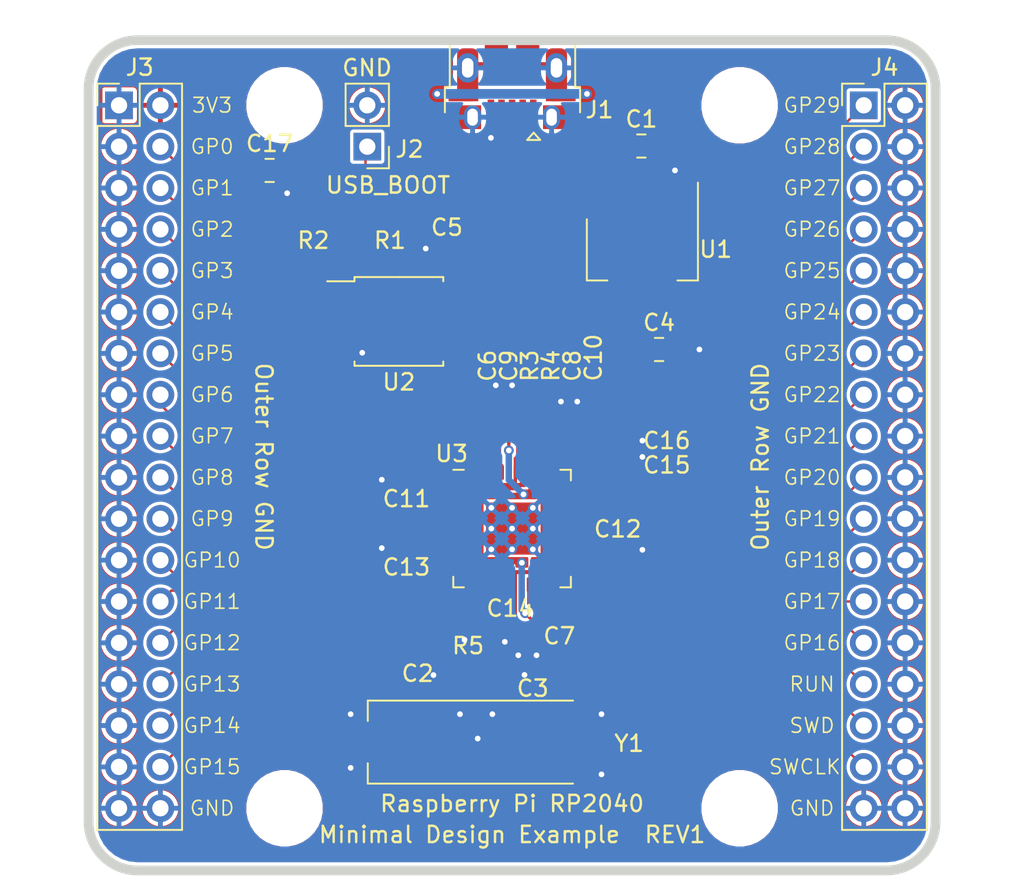
<source format=kicad_pcb>
(kicad_pcb (version 20211014) (generator pcbnew)

  (general
    (thickness 1)
  )

  (paper "A4")
  (title_block
    (title "RP2040 Minimal Design Example")
    (date "2020-07-13")
    (rev "REV1")
    (company "Raspberry Pi (Trading) Ltd")
  )

  (layers
    (0 "F.Cu" signal)
    (31 "B.Cu" signal)
    (32 "B.Adhes" user "B.Adhesive")
    (33 "F.Adhes" user "F.Adhesive")
    (34 "B.Paste" user)
    (35 "F.Paste" user)
    (36 "B.SilkS" user "B.Silkscreen")
    (37 "F.SilkS" user "F.Silkscreen")
    (38 "B.Mask" user)
    (39 "F.Mask" user)
    (40 "Dwgs.User" user "User.Drawings")
    (41 "Cmts.User" user "User.Comments")
    (42 "Eco1.User" user "User.Eco1")
    (43 "Eco2.User" user "User.Eco2")
    (44 "Edge.Cuts" user)
    (45 "Margin" user)
    (46 "B.CrtYd" user "B.Courtyard")
    (47 "F.CrtYd" user "F.Courtyard")
    (48 "B.Fab" user)
    (49 "F.Fab" user)
  )

  (setup
    (pad_to_mask_clearance 0.051)
    (solder_mask_min_width 0.09)
    (aux_axis_origin 100 100)
    (grid_origin 121.59 74)
    (pcbplotparams
      (layerselection 0x00010fc_ffffffff)
      (disableapertmacros false)
      (usegerberextensions false)
      (usegerberattributes false)
      (usegerberadvancedattributes false)
      (creategerberjobfile false)
      (svguseinch false)
      (svgprecision 6)
      (excludeedgelayer true)
      (plotframeref false)
      (viasonmask false)
      (mode 1)
      (useauxorigin false)
      (hpglpennumber 1)
      (hpglpenspeed 20)
      (hpglpendiameter 15.000000)
      (dxfpolygonmode true)
      (dxfimperialunits true)
      (dxfusepcbnewfont true)
      (psnegative false)
      (psa4output false)
      (plotreference true)
      (plotvalue true)
      (plotinvisibletext false)
      (sketchpadsonfab false)
      (subtractmaskfromsilk false)
      (outputformat 1)
      (mirror false)
      (drillshape 0)
      (scaleselection 1)
      (outputdirectory "gerbers")
    )
  )

  (net 0 "")
  (net 1 "GND")
  (net 2 "VBUS")
  (net 3 "/XIN")
  (net 4 "/XOUT")
  (net 5 "+3V3")
  (net 6 "+1V1")
  (net 7 "Net-(J1-Pad4)")
  (net 8 "/~{USB_BOOT}")
  (net 9 "/GPIO15")
  (net 10 "/GPIO14")
  (net 11 "/GPIO13")
  (net 12 "/GPIO12")
  (net 13 "/GPIO11")
  (net 14 "/GPIO10")
  (net 15 "/GPIO9")
  (net 16 "/GPIO8")
  (net 17 "/GPIO7")
  (net 18 "/GPIO6")
  (net 19 "/GPIO5")
  (net 20 "/GPIO4")
  (net 21 "/GPIO3")
  (net 22 "/GPIO2")
  (net 23 "/GPIO1")
  (net 24 "/GPIO0")
  (net 25 "/GPIO29_ADC3")
  (net 26 "/GPIO28_ADC2")
  (net 27 "/GPIO27_ADC1")
  (net 28 "/GPIO26_ADC0")
  (net 29 "/GPIO25")
  (net 30 "/GPIO24")
  (net 31 "/GPIO23")
  (net 32 "/GPIO22")
  (net 33 "/GPIO21")
  (net 34 "/GPIO20")
  (net 35 "/GPIO19")
  (net 36 "/GPIO18")
  (net 37 "/GPIO17")
  (net 38 "/GPIO16")
  (net 39 "/RUN")
  (net 40 "/SWD")
  (net 41 "/SWCLK")
  (net 42 "/QSPI_SS")
  (net 43 "Net-(R3-Pad2)")
  (net 44 "Net-(R4-Pad2)")
  (net 45 "/QSPI_SD3")
  (net 46 "/QSPI_SCLK")
  (net 47 "/QSPI_SD0")
  (net 48 "/QSPI_SD2")
  (net 49 "/QSPI_SD1")
  (net 50 "/USB_D+")
  (net 51 "/USB_D-")
  (net 52 "Net-(C3-Pad1)")

  (footprint "Capacitor_SMD:C_0805_2012Metric" (layer "F.Cu") (at 109.025 89))

  (footprint "RP2040_minimal:USB_Micro-B_Amphenol_10103594-0001LF_Horizontal_modified" (layer "F.Cu") (at 100 71.7 180))

  (footprint "Connector_PinHeader_2.54mm:PinHeader_1x02_P2.54mm_Vertical" (layer "F.Cu") (at 91.11 76.54 180))

  (footprint "Connector_PinHeader_2.54mm:PinHeader_2x18_P2.54mm_Vertical" (layer "F.Cu") (at 75.87 74))

  (footprint "Capacitor_SMD:C_0402_1005Metric" (layer "F.Cu") (at 104 93.515 90))

  (footprint "Capacitor_SMD:C_0402_1005Metric" (layer "F.Cu") (at 103 93.515 90))

  (footprint "Capacitor_SMD:C_0402_1005Metric" (layer "F.Cu") (at 93.515 101.2 180))

  (footprint "Capacitor_SMD:C_0402_1005Metric" (layer "F.Cu") (at 96.185 82.83 180))

  (footprint "Capacitor_SMD:C_0402_1005Metric" (layer "F.Cu") (at 89.5 82.315 -90))

  (footprint "Connector_PinHeader_2.54mm:PinHeader_2x18_P2.54mm_Vertical" (layer "F.Cu") (at 121.59 74))

  (footprint "Package_TO_SOT_SMD:SOT-223-3_TabPin2" (layer "F.Cu") (at 108 82.85 -90))

  (footprint "Package_SO:SOIC-8_5.23x5.23mm_P1.27mm" (layer "F.Cu") (at 93.05 87.275))

  (footprint "Capacitor_SMD:C_0402_1005Metric" (layer "F.Cu") (at 99.485 109))

  (footprint "Capacitor_SMD:C_0402_1005Metric" (layer "F.Cu") (at 91 82.315 90))

  (footprint "Capacitor_SMD:C_0402_1005Metric" (layer "F.Cu") (at 100 92.515 90))

  (footprint "Capacitor_SMD:C_0402_1005Metric" (layer "F.Cu") (at 106.485 101.2))

  (footprint "Capacitor_SMD:C_0402_1005Metric" (layer "F.Cu") (at 100.381 106.485 -90))

  (footprint "Capacitor_SMD:C_0402_1005Metric" (layer "F.Cu") (at 101 93.515 -90))

  (footprint "Capacitor_SMD:C_0402_1005Metric" (layer "F.Cu") (at 101.5 106.485 -90))

  (footprint "Capacitor_SMD:C_0805_2012Metric" (layer "F.Cu") (at 107.9375 76.5))

  (footprint "Capacitor_SMD:C_0402_1005Metric" (layer "F.Cu") (at 93.515 97 180))

  (footprint "Capacitor_SMD:C_0402_1005Metric" (layer "F.Cu") (at 106.485 94.6))

  (footprint "RP2040_minimal:RP2040-QFN-56" (layer "F.Cu") (at 100 100))

  (footprint "Capacitor_SMD:C_0402_1005Metric" (layer "F.Cu") (at 96.515 109 180))

  (footprint "MountingHole:MountingHole_2.7mm_M2.5" (layer "F.Cu") (at 113.97 74))

  (footprint "Capacitor_SMD:C_0402_1005Metric" (layer "F.Cu") (at 102 93.515 -90))

  (footprint "MountingHole:MountingHole_2.7mm_M2.5" (layer "F.Cu") (at 113.97 117.18))

  (footprint "Capacitor_SMD:C_0402_1005Metric" (layer "F.Cu") (at 99 92.515 90))

  (footprint "Capacitor_SMD:C_0402_1005Metric" (layer "F.Cu") (at 106.485 96))

  (footprint "Capacitor_SMD:C_0402_1005Metric" (layer "F.Cu") (at 98.7 107.115 -90))

  (footprint "MountingHole:MountingHole_2.7mm_M2.5" (layer "F.Cu") (at 86.03 74))

  (footprint "MountingHole:MountingHole_2.7mm_M2.5" (layer "F.Cu") (at 86.03 117.18))

  (footprint "RP2040_minimal:Crystal_SMD_HC49-US" (layer "F.Cu") (at 97.841 113.116))

  (footprint "Capacitor_SMD:C_0805_2012Metric" (layer "F.Cu") (at 85.115 78))

  (gr_line (start 123 121) (end 77 121) (layer "Edge.Cuts") (width 0.6) (tstamp 00000000-0000-0000-0000-00005eff7ab3))
  (gr_line (start 126 73) (end 126 118) (layer "Edge.Cuts") (width 0.6) (tstamp 00000000-0000-0000-0000-00005eff7ab6))
  (gr_line (start 77 70) (end 123 70) (layer "Edge.Cuts") (width 0.6) (tstamp 00000000-0000-0000-0000-00005eff7ab9))
  (gr_line (start 74 118) (end 74 73) (layer "Edge.Cuts") (width 0.6) (tstamp 00000000-0000-0000-0000-00005eff7abc))
  (gr_arc (start 77 121) (mid 74.87868 120.12132) (end 74 118) (layer "Edge.Cuts") (width 0.6) (tstamp 7ed2e32c-4931-468a-a371-d62565417351))
  (gr_arc (start 123 70) (mid 125.12132 70.87868) (end 126 73) (layer "Edge.Cuts") (width 0.6) (tstamp 85457443-a924-4488-a4c5-2c00683ea5ed))
  (gr_arc (start 74 73) (mid 74.87868 70.87868) (end 77 70) (layer "Edge.Cuts") (width 0.6) (tstamp cc361306-8d76-41aa-a5e1-8ca568855629))
  (gr_arc (start 126 118) (mid 125.12132 120.12132) (end 123 121) (layer "Edge.Cuts") (width 0.6) (tstamp fa838b15-df08-4d43-9c4c-0264ce413b41))
  (gr_text "GP1" (at 81.585 79.08) (layer "F.SilkS") (tstamp 00000000-0000-0000-0000-00005f08854e)
    (effects (font (size 0.9 0.9) (thickness 0.1)))
  )
  (gr_text "GP2" (at 81.585 81.62) (layer "F.SilkS") (tstamp 00000000-0000-0000-0000-00005f088550)
    (effects (font (size 0.9 0.9) (thickness 0.1)))
  )
  (gr_text "GP3" (at 81.585 84.16) (layer "F.SilkS") (tstamp 00000000-0000-0000-0000-00005f088551)
    (effects (font (size 0.9 0.9) (thickness 0.1)))
  )
  (gr_text "GP4" (at 81.585 86.7) (layer "F.SilkS") (tstamp 00000000-0000-0000-0000-00005f088554)
    (effects (font (size 0.9 0.9) (thickness 0.1)))
  )
  (gr_text "GP5" (at 81.585 89.24) (layer "F.SilkS") (tstamp 00000000-0000-0000-0000-00005f088555)
    (effects (font (size 0.9 0.9) (thickness 0.1)))
  )
  (gr_text "GP6" (at 81.585 91.78) (layer "F.SilkS") (tstamp 00000000-0000-0000-0000-00005f088556)
    (effects (font (size 0.9 0.9) (thickness 0.1)))
  )
  (gr_text "GP7" (at 81.585 94.32) (layer "F.SilkS") (tstamp 00000000-0000-0000-0000-00005f088557)
    (effects (font (size 0.9 0.9) (thickness 0.1)))
  )
  (gr_text "GP8" (at 81.585 96.86) (layer "F.SilkS") (tstamp 00000000-0000-0000-0000-00005f08855c)
    (effects (font (size 0.9 0.9) (thickness 0.1)))
  )
  (gr_text "GP9" (at 81.585 99.4) (layer "F.SilkS") (tstamp 00000000-0000-0000-0000-00005f08855d)
    (effects (font (size 0.9 0.9) (thickness 0.1)))
  )
  (gr_text "GP11" (at 81.585 104.48) (layer "F.SilkS") (tstamp 00000000-0000-0000-0000-00005f08855e)
    (effects (font (size 0.9 0.9) (thickness 0.1)))
  )
  (gr_text "GP10" (at 81.585 101.94) (layer "F.SilkS") (tstamp 00000000-0000-0000-0000-00005f08855f)
    (effects (font (size 0.9 0.9) (thickness 0.1)))
  )
  (gr_text "GP12" (at 81.585 107.02) (layer "F.SilkS") (tstamp 00000000-0000-0000-0000-00005f088564)
    (effects (font (size 0.9 0.9) (thickness 0.1)))
  )
  (gr_text "GP13" (at 81.585 109.56) (layer "F.SilkS") (tstamp 00000000-0000-0000-0000-00005f088565)
    (effects (font (size 0.9 0.9) (thickness 0.1)))
  )
  (gr_text "GP15" (at 81.585 114.64) (layer "F.SilkS") (tstamp 00000000-0000-0000-0000-00005f088566)
    (effects (font (size 0.9 0.9) (thickness 0.1)))
  )
  (gr_text "GP14" (at 81.585 112.1) (layer "F.SilkS") (tstamp 00000000-0000-0000-0000-00005f088567)
    (effects (font (size 0.9 0.9) (thickness 0.1)))
  )
  (gr_text "GP28" (at 118.415 76.54) (layer "F.SilkS") (tstamp 00000000-0000-0000-0000-00005f088574)
    (effects (font (size 0.9 0.9) (thickness 0.1)))
  )
  (gr_text "GP27" (at 118.415 79.08) (layer "F.SilkS") (tstamp 00000000-0000-0000-0000-00005f088575)
    (effects (font (size 0.9 0.9) (thickness 0.1)))
  )
  (gr_text "GP26" (at 118.415 81.62) (layer "F.SilkS") (tstamp 00000000-0000-0000-0000-00005f088576)
    (effects (font (size 0.9 0.9) (thickness 0.1)))
  )
  (gr_text "GP25" (at 118.415 84.16) (layer "F.SilkS") (tstamp 00000000-0000-0000-0000-00005f088577)
    (effects (font (size 0.9 0.9) (thickness 0.1)))
  )
  (gr_text "GP24" (at 118.415 86.7) (layer "F.SilkS") (tstamp 00000000-0000-0000-0000-00005f088578)
    (effects (font (size 0.9 0.9) (thickness 0.1)))
  )
  (gr_text "GP23" (at 118.415 89.24) (layer "F.SilkS") (tstamp 00000000-0000-0000-0000-00005f088579)
    (effects (font (size 0.9 0.9) (thickness 0.1)))
  )
  (gr_text "GP21" (at 118.415 94.32) (layer "F.SilkS") (tstamp 00000000-0000-0000-0000-00005f08857a)
    (effects (font (size 0.9 0.9) (thickness 0.1)))
  )
  (gr_text "GP20" (at 118.415 96.86) (layer "F.SilkS") (tstamp 00000000-0000-0000-0000-00005f08857b)
    (effects (font (size 0.9 0.9) (thickness 0.1)))
  )
  (gr_text "GP19" (at 118.415 99.4) (layer "F.SilkS") (tstamp 00000000-0000-0000-0000-00005f08857c)
    (effects (font (size 0.9 0.9) (thickness 0.1)))
  )
  (gr_text "GP17" (at 118.415 104.48) (layer "F.SilkS") (tstamp 00000000-0000-0000-0000-00005f08857d)
    (effects (font (size 0.9 0.9) (thickness 0.1)))
  )
  (gr_text "GP22" (at 118.415 91.78) (layer "F.SilkS") (tstamp 00000000-0000-0000-0000-00005f08857e)
    (effects (font (size 0.9 0.9) (thickness 0.1)))
  )
  (gr_text "GP18" (at 118.415 101.94) (layer "F.SilkS") (tstamp 00000000-0000-0000-0000-00005f08857f)
    (effects (font (size 0.9 0.9) (thickness 0.1)))
  )
  (gr_text "SWCLK" (at 117.9705 114.64) (layer "F.SilkS") (tstamp 00000000-0000-0000-0000-00005f088580)
    (effects (font (size 0.9 0.9) (thickness 0.1)))
  )
  (gr_text "SWD" (at 118.415 112.1) (layer "F.SilkS") (tstamp 00000000-0000-0000-0000-00005f088581)
    (effects (font (size 0.9 0.9) (thickness 0.1)))
  )
  (gr_text "GP16" (at 118.415 107.02) (layer "F.SilkS") (tstamp 00000000-0000-0000-0000-00005f088582)
    (effects (font (size 0.9 0.9) (thickness 0.1)))
  )
  (gr_text "RUN" (at 118.415 109.56) (layer "F.SilkS") (tstamp 00000000-0000-0000-0000-00005f088583)
    (effects (font (size 0.9 0.9) (thickness 0.1)))
  )
  (gr_text "GND" (at 81.585 117.18) (layer "F.SilkS") (tstamp 00000000-0000-0000-0000-00005f0885cb)
    (effects (font (size 0.9 0.9) (thickness 0.1)))
  )
  (gr_text "GND" (at 118.415 117.18) (layer "F.SilkS") (tstamp 00000000-0000-0000-0000-00005f088889)
    (effects (font (size 0.9 0.9) (thickness 0.1)))
  )
  (gr_text "GP29" (at 118.415 74) (layer "F.SilkS") (tstamp 00000000-0000-0000-0000-00005f0888ac)
    (effects (font (size 0.9 0.9) (thickness 0.1)))
  )
  (gr_text "Outer Row GND" (at 84.76 95.59 270) (layer "F.SilkS") (tstamp 00000000-0000-0000-0000-00005f0888b1)
    (effects (font (size 1 1) (thickness 0.15)))
  )
  (gr_text "Outer Row GND" (at 115.24 95.59 90) (layer "F.SilkS") (tstamp 00000000-0000-0000-0000-00005f088ada)
    (effects (font (size 1 1) (thickness 0.15)))
  )
  (gr_text "Raspberry Pi RP2040" (at 100 116.9) (layer "F.SilkS") (tstamp 00000000-0000-0000-0000-00005f0cefa9)
    (effects (font (size 1 1) (thickness 0.15)))
  )
  (gr_text "\nUSB_BOOT" (at 92.38 78.1) (layer "F.SilkS") (tstamp 05e7442c-db39-4b38-8e9d-c98d07c86563)
    (effects (font (size 1 1) (thickness 0.15)))
  )
  (gr_text "GP0" (at 81.585 76.54) (layer "F.SilkS") (tstamp 6a8a18be-c24f-4455-86b3-058294a0fb27)
    (effects (font (size 0.9 0.9) (thickness 0.1)))
  )
  (gr_text "Minimal Design Example  REV1" (at 100 118.8) (layer "F.SilkS") (tstamp 7e923713-b184-4b1c-a0ce-f4c1a2f5bf0b)
    (effects (font (size 1 1) (thickness 0.15)))
  )
  (gr_text "GND" (at 91.1 71.7) (layer "F.SilkS") (tstamp ed0a1c69-b8dd-499a-b0eb-fc469a2eaec0)
    (effects (font (size 1 1) (thickness 0.15)))
  )
  (gr_text "3V3" (at 81.585 74) (layer "F.SilkS") (tstamp fe8c3df7-f26f-4199-8123-2115e52373c8)
    (effects (font (size 0.9 0.9) (thickness 0.1)))
  )

  (segment (start 93.03 101.2) (end 92 101.2) (width 0.2) (layer "F.Cu") (net 1) (tstamp 00000000-0000-0000-0000-00005f046351))
  (segment (start 108.875 76.875) (end 110 78) (width 0.2) (layer "F.Cu") (net 1) (tstamp 01cb99e4-a51a-4c2e-a873-765f6b9c46ed))
  (segment (start 100.381 107.781984) (end 100.380994 107.78199) (width 0.2) (layer "F.Cu") (net 1) (tstamp 13b9352c-3ed1-42d5-a5e0-4391105f73cb))
  (segment (start 99 92.03) (end 99 91.200008) (width 0.2) (layer "F.Cu") (net 1) (tstamp 1bf84ae0-c438-4967-ac08-54b210bb08cb))
  (segment (start 110.3 78.3) (end 110 78) (width 0.2) (layer "F.Cu") (net 1) (tstamp 29678316-da39-499a-a1de-415e70953ea1))
  (segment (start 107.075 101.305) (end 108 101.305) (width 0.2) (layer "F.Cu") (net 1) (tstamp 2e1caf43-8f38-427d-bc0e-5132c1990d9c))
  (segment (start 102.46 71.45) (end 102.73 71.72) (width 0.2) (layer "F.Cu") (net 1) (tstamp 381203b9-5ae8-4f4a-a0c3-a5f71e2dca5f))
  (segment (start 98.7 74.6) (end 98.7 76) (width 0.2) (layer "F.Cu") (net 1) (tstamp 490802e8-e48b-461b-b991-019d2fa277fc))
  (segment (start 110.05 89) (end 111.5 89) (width 0.2) (layer "F.Cu") (net 1) (tstamp 52431707-c6ac-4bdb-8711-6276b446c87b))
  (segment (start 100 92.03) (end 100 91.2) (width 0.2) (layer "F.Cu") (net 1) (tstamp 57561c86-790b-4741-91b4-53f6a607dd3a))
  (segment (start 110.3 79.7) (end 110.3 78.3) (width 0.2) (layer "F.Cu") (net 1) (tstamp 57999232-b58f-41e7-ae49-b6f9fb308b5a))
  (segment (start 106.97 96) (end 107.6 96) (width 0.15) (layer "F.Cu") (net 1) (tstamp 60faafbd-33fb-4244-ae42-10f25fa439f9))
  (segment (start 99.97 109) (end 100.7505 109) (width 0.15) (layer "F.Cu") (net 1) (tstamp 6216f679-b3ac-4589-8903-0c4dbbea5ab5))
  (segment (start 100.381 106.97) (end 100.381 107.781984) (width 0.2) (layer "F.Cu") (net 1) (tstamp 64628cc1-a90e-4a3d-b2c0-12f552a25646))
  (segment (start 97.54 71.45) (end 97.27 71.72) (width 0.2) (layer "F.Cu") (net 1) (tstamp 7a8d8e38-68f4-476b-a4be-8fadca101b16))
  (segment (start 86.14 78) (end 86.14 79.25) (width 0.15) (layer "F.Cu") (net 1) (tstamp 804e2fcf-5b90-4bb0-b520-a8dd99d37782))
  (segment (start 97.079 106.5755) (end 97.079 106.8295) (width 0.15) (layer "F.Cu") (net 1) (tstamp 85c41850-4749-4b04-9a25-cc392850346c))
  (segment (start 99.97 108.68) (end 99.5555 108.2655) (width 0.15) (layer "F.Cu") (net 1) (tstamp 863413e6-cc27-44c2-908b-37061913dba7))
  (segment (start 95.405 82.83) (end 95.375 82.8) (width 0.2) (layer "F.Cu") (net 1) (tstamp 8717e25b-2fbf-41ce-a86f-0e132ca50491))
  (segment (start 106.97 94.6) (end 108 94.6) (width 0.2) (layer "F.Cu") (net 1) (tstamp 88e0a4d1-95a1-44b4-97e0-73a61b412191))
  (segment (start 99.97 109) (end 99.97 108.68) (width 0.15) (layer "F.Cu") (net 1) (tstamp 8ce38939-18a6-4393-aaa0-2caa091bcd62))
  (segment (start 101.5 106.97) (end 101.5 107.782004) (width 0.2) (layer "F.Cu") (net 1) (tstamp 91e86634-53ed-41c8-a400-4114bc24083c))
  (segment (start 93.03 97) (end 92 97) (width 0.2) (layer "F.Cu") (net 1) (tstamp 92ade555-debd-4f8f-a385-b7f99f1047fd))
  (segment (start 99 104.6545) (end 97.079 106.5755) (width 0.15) (layer "F.Cu") (net 1) (tstamp 96b9cd59-2c20-47cf-806f-24752c1db28d))
  (segment (start 107.6 96) (end 108 95.6) (width 0.15) (layer "F.Cu") (net 1) (tstamp a8a218aa-871b-4de2-b4ad-ad4db1af55bf))
  (segment (start 100.7505 109) (end 100.762 108.9885) (width 0.15) (layer "F.Cu") (net 1) (tstamp ab01153e-4c1c-4a29-b1d1-b6f11fd0f396))
  (segment (start 89.45 89.18) (end 90.78 89.18) (width 0.2) (layer "F.Cu") (net 1) (tstamp ab57760d-a38d-4ae8-b47a-ee6feac15e3f))
  (segment (start 95.7 82.83) (end 95.405 82.83) (width 0.2) (layer "F.Cu") (net 1) (tstamp b064a8a4-8281-425c-be93-553fb00e8fb6))
  (segment (start 86.14 78.95) (end 86.19 79) (width 0.15) (layer "F.Cu") (net 1) (tstamp bcbfa6eb-d7bc-4ff6-9d99-845e1d9dbbfd))
  (segment (start 108.875 76.5) (end 108.875 76.875) (width 0.2) (layer "F.Cu") (net 1) (tstamp bf41ecdf-b1a9-4aad-8ef7-0d8daf3314bc))
  (segment (start 95.375 82.8) (end 94.7 82.8) (width 0.2) (layer "F.Cu") (net 1) (tstamp c02f2502-4425-4147-b77b-e93d2b00ee27))
  (segment (start 99.04 71.45) (end 97.54 71.45) (width 0.2) (layer "F.Cu") (net 1) (tstamp c3884eff-8d71-46df-a3d6-5e566b0d789b))
  (segment (start 96.8 111.65) (end 96.8 110.599974) (width 0.2) (layer "F.Cu") (net 1) (tstamp c538420f-b5c0-4a84-a61d-6f4f56a1cd27))
  (segment (start 90.78 89.18) (end 90.8 89.2) (width 0.2) (layer "F.Cu") (net 1) (tstamp cdf32f4c-94a3-4eb6-9c17-0929bb158c8b))
  (segment (start 100.96 71.45) (end 102.46 71.45) (width 0.2) (layer "F.Cu") (net 1) (tstamp d1129b33-d0e4-422d-8c80-90c7d0be841d))
  (segment (start 104 93.03) (end 104 92.2) (width 0.2) (layer "F.Cu") (net 1) (tstamp d5bdd1d3-38e9-4ca4-ab6d-41d6445606d1))
  (segment (start 96.03 109) (end 95.174 109) (width 0.2) (layer "F.Cu") (net 1) (tstamp d81cb384-6ec3-4c22-bda7-db7c41af85b5))
  (segment (start 99 103.4375) (end 99 104.6545) (width 0.15) (layer "F.Cu") (net 1) (tstamp ddd1d9cf-bf64-4014-a6de-4f09986a1ff8))
  (segment (start 99.5555 108.2655) (end 99.5555 108.0995) (width 0.15) (layer "F.Cu") (net 1) (tstamp ddfc18a6-5629-4990-9d6f-d017da3acf90))
  (segment (start 99 113.35) (end 99 114.4) (width 0.2) (layer "F.Cu") (net 1) (tstamp e0ed8b09-642f-489e-bbba-e9e2a5b2a3b7))
  (segment (start 106.97 101.2) (end 107.075 101.305) (width 0.2) (layer "F.Cu") (net 1) (tstamp f068c9a1-e201-474b-b2eb-d110d55ebda3))
  (segment (start 103 93.03) (end 103 92.2) (width 0.2) (layer "F.Cu") (net 1) (tstamp f605554e-5f6f-4613-8345-08d6b29e7bb8))
  (segment (start 86.19 79) (end 86.19 79.1) (width 0.15) (layer "F.Cu") (net 1) (tstamp fe81431d-7be2-4b8f-8696-e378d471e0e4))
  (via (at 99.5555 106.9565) (size 0.6) (drill 0.35) (layers "F.Cu" "B.Cu") (net 1) (tstamp 00000000-0000-0000-0000-00005f0c75ea))
  (via (at 97.89 112.9) (size 0.6) (drill 0.35) (layers "F.Cu" "B.Cu") (net 1) (tstamp 00000000-0000-0000-0000-00005f0c75ed))
  (via (at 98.79 111.4) (size 0.6) (drill 0.35) (layers "F.Cu" "B.Cu") (net 1) (tstamp 00000000-0000-0000-0000-00005f0c7f06))
  (via (at 90.09 114.7) (size 0.6) (drill 0.35) (layers "F.Cu" "B.Cu") (net 1) (tstamp 00000000-0000-0000-0000-00005f0ceffb))
  (via (at 90.09 111.4) (size 0.6) (drill 0.35) (layers "F.Cu" "B.Cu") (net 1) (tstamp 00000000-0000-0000-0000-00005f0ceffd))
  (via (at 105.49 111.4) (size 0.6) (drill 0.35) (layers "F.Cu" "B.Cu") (net 1) (tstamp 00000000-0000-0000-0000-00005f0cefff))
  (via (at 94.7 82.8) (size 0.6) (drill 0.35) (layers "F.Cu" "B.Cu") (net 1) (tstamp 0ffee726-2112-45d7-903d-f1887c4cb86d))
  (via (at 105.49 115.1) (size 0.6) (drill 0.35) (layers "F.Cu" "B.Cu") (net 1) (tstamp 1abd14b0-08f0-4045-80fd-cfad44be1517))
  (via (at 100.762 108.9885) (size 0.6) (drill 0.35) (layers "F.Cu" "B.Cu") (net 1) (tstamp 1affd6c0-f709-4b84-9d3c-92f872129d46))
  (via (at 111.5 89) (size 0.6) (drill 0.35) (layers "F.Cu" "B.Cu") (net 1) (tstamp 24e1618e-b725-4f7e-9b4b-36712b7141d1))
  (via (at 100 91.2) (size 0.6) (drill 0.35) (layers "F.Cu" "B.Cu") (net 1) (tstamp 35edb367-5d46-4ea6-b97f-d416c51df5f2))
  (via (at 104 92.2) (size 0.6) (drill 0.35) (layers "F.Cu" "B.Cu") (net 1) (tstamp 3725a932-2309-48e5-859a-36dc2388ba9a))
  (via (at 86.19 79.4) (size 0.6) (drill 0.35) (layers "F.Cu" "B.Cu") (net 1) (tstamp 3a03dc45-e418-4eb1-bfd5-43d22360fef7))
  (via (at 92 101.2) (size 0.6) (drill 0.35) (layers "F.Cu" "B.Cu") (net 1) (tstamp 4a62f97c-8ea1-4003-a809-0d983b0855e1))
  (via (at 99 91.200008) (size 0.6) (drill 0.35) (layers "F.Cu" "B.Cu") (net 1) (tstamp 4c308bbc-7ff3-4e44-95fb-cf5031057771))
  (via (at 95.174 109) (size 0.6) (drill 0.35) (layers "F.Cu" "B.Cu") (net 1) (tstamp 4c56679a-b216-454c-8517-9bb020a8ec65))
  (via (at 101.5 107.782004) (size 0.6) (drill 0.35) (layers "F.Cu" "B.Cu") (net 1) (tstamp 54d74bfd-6e6a-4a93-80af-bd84cb631b8b))
  (via (at 96.8 111.4) (size 0.6) (drill 0.35) (layers "F.Cu" "B.Cu") (net 1) (tstamp 5d1f13ef-780a-4c7c-a852-62da7af1c114))
  (via (at 110 78) (size 0.6) (drill 0.35) (layers "F.Cu" "B.Cu") (net 1) (tstamp 6fd38d8d-c3b6-4b87-959e-547bf79ca47e))
  (via (at 97.079 106.8295) (size 0.6) (drill 0.35) (layers "F.Cu" "B.Cu") (net 1) (tstamp 7292a2b7-1f21-46c3-975c-7fa71e307494))
  (via (at 98.7 76) (size 0.6) (drill 0.35) (layers "F.Cu" "B.Cu") (net 1) (tstamp 78288353-daa8-4f7a-a611-683403c30bef))
  (via (at 90.8 89.2) (size 0.6) (drill 0.35) (layers "F.Cu" "B.Cu") (net 1) (tstamp 8e48ceaa-0493-44f0-b45a-c678cb01aa1c))
  (via (at 92 97) (size 0.6) (drill 0.35) (layers "F.Cu" "B.Cu") (net 1) (tstamp 9a4ae767-3875-4451-9120-0081681cf0e3))
  (via (at 108 101.305) (size 0.6) (drill 0.35) (layers "F.Cu" "B.Cu") (net 1) (tstamp 9edf5d74-77c7-432d-aa23-104ffa9eba50))
  (via (at 108 95.6) (size 0.6) (drill 0.35) (layers "F.Cu" "B.Cu") (net 1) (tstamp d908280f-3758-4a7d-b29b-6c31c42533eb))
  (via (at 108 94.6) (size 0.6) (drill 0.35) (layers "F.Cu" "B.Cu") (net 1) (tstamp e4842452-ac6d-4e17-9b59-d36d8546860a))
  (via (at 103 92.2) (size 0.6) (drill 0.35) (layers "F.Cu" "B.Cu") (net 1) (tstamp ec1a87e3-8cfb-4a0a-90da-52ce7d28e284))
  (via (at 100.380994 107.78199) (size 0.6) (drill 0.35) (layers "F.Cu" "B.Cu") (net 1) (tstamp ed9dcd5a-1d90-4dad-b7c5-c371e080e936))
  (segment (start 103.299999 92.499999) (end 103 92.2) (width 0.2) (layer "B.Cu") (net 1) (tstamp 7fae726f-993c-458b-bc8a-cace2e64a998))
  (segment (start 103.8 93) (end 103.299999 92.499999) (width 0.2) (layer "B.Cu") (net 1) (tstamp 85c734a4-50bb-49ba-89cd-a0f780ea416c))
  (segment (start 104 93) (end 103.8 93) (width 0.2) (layer "B.Cu") (net 1) (tstamp 93a370ad-eef5-480d-a07e-b29b0d749bbf))
  (segment (start 101.3 74.525) (end 101.3 75.5) (width 0.4) (layer "F.Cu") (net 2) (tstamp 12ce76f6-67d1-48e5-875c-f33d9556242b))
  (segment (start 101.3 75.5) (end 102.1 76.3) (width 0.4) (layer "F.Cu") (net 2) (tstamp a71a7df4-3bce-46c8-ab5f-f47898f3e24f))
  (segment (start 97.6505 111.7825) (end 96.317 113.116) (width 0.15) (layer "F.Cu") (net 3) (tstamp 2a95faaf-0311-46ba-a97b-7dff01d322eb))
  (segment (start 97.6505 109.6505) (end 97.6505 111.7825) (width 0.15) (layer "F.Cu") (net 3) (tstamp 412b14e4-c75a-4524-988e-ca684e6c7ae2))
  (segment (start 97 109) (end 97.6505 109.6505) (width 0.15) (layer "F.Cu") (net 3) (tstamp 4ae38623-5743-4a26-a9cf-131ac4cd792e))
  (segment (start 99.4 103.4375) (end 99.4 104.937861) (width 0.15) (layer "F.Cu") (net 3) (tstamp 64bdca31-ed23-4b03-b956-f82d7291b2bd))
  (segment (start 99.4 104.937861) (end 97.8 106.537861) (width 0.15) (layer "F.Cu") (net 3) (tstamp 9049c0ed-d326-4b32-a2f9-e8d308e172fd))
  (segment (start 96.317 113.116) (end 93.341 113.116) (width 0.15) (layer "F.Cu") (net 3) (tstamp 944738e9-ff79-4b28-8f98-1188aacd335f))
  (segment (start 97.8 108.2) (end 97 109) (width 0.15) (layer "F.Cu") (net 3) (tstamp 977b72df-6dfd-4039-ae73-709ef1c607ef))
  (segment (start 97.8 106.537861) (end 97.8 108.2) (width 0.15) (layer "F.Cu") (net 3) (tstamp b3a67cc2-6d18-4328-8e9b-92aee476b3d6))
  (segment (start 98.7 106.2) (end 98.7 106.63) (width 0.15) (layer "F.Cu") (net 4) (tstamp 60038a97-be3a-4ada-9886-ce30b143ad29))
  (segment (start 99.8 105.1) (end 98.7 106.2) (width 0.15) (layer "F.Cu") (net 4) (tstamp b7539fc2-e032-4359-99d2-85a24dcd0653))
  (segment (start 99.8 103.4375) (end 99.8 105.1) (width 0.15) (layer "F.Cu") (net 4) (tstamp e0c32b05-e565-449a-b572-bfb8dc116e20))
  (segment (start 100.6 95.799998) (end 100.350001 95.549999) (width 0.2) (layer "F.Cu") (net 5) (tstamp 02b2bba1-2004-42b9-a768-008cdb7db04c))
  (segment (start 100.6 96.5625) (end 100.6 97.2) (width 0.2) (layer "F.Cu") (net 5) (tstamp 08620740-42ea-402c-a326-efd86fc7ff9c))
  (segment (start 96.65 82.85) (end 96.67 82.83) (width 0.2) (layer "F.Cu") (net 5) (tstamp 0c44f1bd-561f-4a1e-9b07-39c307e4389d))
  (segment (start 100.2 95.7) (end 100.2 96.5625) (width 0.2) (layer "F.Cu") (net 5) (tstamp 10c9f643-7d9c-4e1c-bd24-062e8ff79b55))
  (segment (start 100.350001 95.549999) (end 100.2 95.7) (width 0.2) (layer "F.Cu") (net 5) (tstamp 12e01a13-b564-4c47-a7dc-a83021463a5c))
  (segment (start 101.096505 108.307005) (end 102.141995 108.307005) (width 0.15) (layer "F.Cu") (net 5) (tstamp 22970dc9-6fd8-4462-9981-4c65d219f715))
  (segment (start 96.5625 97.4) (end 95.7 97.4) (width 0.2) (layer "F.Cu") (net 5) (tstamp 2a54c707-1181-4a3b-80c9-454a8b57dccc))
  (segment (start 100.9525 106.2515) (end 100.9525 108.163) (width 0.15) (layer "F.Cu") (net 5) (tstamp 3dc2bd25-2eb8-4fd5-a861-277dba86e252))
  (segment (start 100.6 96.5625) (end 100.6 95.799998) (width 0.2) (layer "F.Cu") (net 5) (tstamp 3de0442b-d87f-4972-af99-1a45f33ca9c2))
  (segment (start 102.2 97.2) (end 102.4 97.4) (width 0.2) (layer "F.Cu") (net 5) (tstamp 49c17c1d-6be0-4cfa-bb06-1eb2ff5d5945))
  (segment (start 100.701 106) (end 100.9525 106.2515) (width 0.15) (layer "F.Cu") (net 5) (tstamp 54b5590c-4415-4d97-87fe-812932655e0e))
  (segment (start 100.2 97.4) (end 100.2 97) (width 0.2) (layer "F.Cu") (net 5) (tstamp 5b5cb823-c950-40c6-98d7-5a13fe9bf421))
  (segment (start 100.2 103.4375) (end 100.2 105.5055) (width 0.2) (layer "F.Cu") (net 5) (tstamp 64379dcb-f2f7-47d9-8737-d43f46c769b3))
  (segment (start 96.65 85.37) (end 96.65 82.85) (width 0.2) (layer "F.Cu") (net 5) (tstamp 66bbe72c-8c4c-444e-85e5-c685affd11c4))
  (segment (start 102.6 96.5625) (end 102.6 97.4) (width 0.2) (layer "F.Cu") (net 5) (tstamp 67f99c88-c620-4c99-a543-7e88d887e3a8))
  (segment (start 105.8 101) (end 106 101.2) (width 0.2) (layer "F.Cu") (net 5) (tstamp 68464f08-ec2a-4fdf-ac55-c4cb0b14d3eb))
  (segment (start 96.5625 101) (end 94.2 101) (width 0.2) (layer "F.Cu") (net 5) (tstamp 6fa2718c-e98e-4e14-8742-ea5e46f29a3a))
  (segment (start 100.381 105.6865) (end 100.381 106) (width 0.2) (layer "F.Cu") (net 5) (tstamp 7499fcb4-060e-4dcb-b591-c87038c635ea))
  (segment (start 96.5625 101) (end 97.4 101) (width 0.2) (layer "F.Cu") (net 5) (tstamp 7cd09d63-f746-4fe2-b333-15d66c030585))
  (segment (start 100 93.762534) (end 100.350001 94.112535) (width 0.2) (layer "F.Cu") (net 5) (tstamp 827f0d94-1d20-47d8-9f48-7b3c7dfe68e2))
  (segment (start 94.2 101) (end 94 101.2) (width 0.2) (layer "F.Cu") (net 5) (tstamp 8365a2b4-572c-43c0-a9db-f851a1d482e3))
  (segment (start 100.2 102.8) (end 100 102.6) (width 0.2) (layer "F.Cu") (net 5) (tstamp 842e4f69-d793-45e4-8b9a-4e23ebf79995))
  (segment (start 108 86) (end 108 89) (width 0.2) (layer "F.Cu") (net 5) (tstamp 9560d480-6d87-4f18-8b5f-68202c828981))
  (segment (start 74.7 72.9) (end 74.7 75.2) (width 0.3) (layer "F.Cu") (net 5) (tstamp 9d1bc47b-a239-42e8-9e03-4fe716d062c4))
  (segment (start 96.5625 97.4) (end 97.4 97.4) (width 0.2) (layer "F.Cu") (net 5) (tstamp a11b801b-03bf-4852-9699-74d9ae959ea3))
  (segment (start 100.6 97.2) (end 100.4 97.4) (width 0.2) (layer "F.Cu") (net 5) (tstamp a7f6fa85-eea3-4256-8c25-b0e9739cceae))
  (segment (start 100 93) (end 100 93.762534) (width 0.2) (layer "F.Cu") (net 5) (tstamp b7843b09-5ff4-4625-ac99-22fdd9157c72))
  (segment (start 103.4375 101) (end 105.8 101) (width 0.2) (layer "F.Cu") (net 5) (tstamp c1a092e1-ee79-4a78-a3dc-78e2e8b0e306))
  (segment (start 100.350001 94.112535) (end 100.350001 95.549999) (width 0.2) (layer "F.Cu") (net 5) (tstamp c3fe4452-905e-4835-8098-c0262f13ccb4))
  (segment (start 102.2 96.1) (end 103.6 94.7) (width 0.2) (layer "F.Cu") (net 5) (tstamp c91144ff-f6c8-42ca-95b8-fbba68d9101c))
  (segment (start 100.2 105.5055) (end 100.381 105.6865) (width 0.2) (layer "F.Cu") (net 5) (tstamp cafee9e3-c7d7-4ae5-a560-b29d37c49e52))
  (segment (start 103.4375 97.4) (end 102.6 97.4) (width 0.2) (layer "F.Cu") (net 5) (tstamp d1d23431-1264-4bc0-a573-30a7b378a8f2))
  (segment (start 100.2 103.4375) (end 100.2 102.8) (width 0.2) (layer "F.Cu") (net 5) (tstamp de249041-6ae5-4f7a-98b8-9ef4c29daf40))
  (segment (start 100.381 106) (end 100.701 106) (width 0.15) (layer "F.Cu") (net 5) (tstamp f1bad332-706c-4bdc-b1ec-75b24da2bcd6))
  (segment (start 103.4375 101) (end 102.6 101) (width 0.2) (layer "F.Cu") (net 5) (tstamp f2484cc3-4db4-4bc1-aa0b-f56f3ab79d8e))
  (segment (start 100.9525 108.163) (end 101.096505 108.307005) (width 0.15) (layer "F.Cu") (net 5) (tstamp f2b6cf98-0a49-404c-8d39-9296ba9f5e64))
  (segment (start 102.2 96.5625) (end 102.2 97.2) (width 0.2) (layer "F.Cu") (net 5) (tstamp f834821e-d128-4cb0-a6f8-c7f98028e4a9))
  (segment (start 100.2 96.5625) (end 100.2 97.4) (width 0.2) (layer "F.Cu") (net 5) (tstamp fb879602-c45c-472f-9c9a-8d2d7b155fe0))
  (segment (start 102.2 96.5625) (end 102.2 96.1) (width 0.2) (layer "F.Cu") (net 5) (tstamp ffa2899c-569c-454f-a84a-0bc9f4b594a2))
  (via (at 95.4 73.3) (size 0.6) (drill 0.35) (layers "F.Cu" "B.Cu") (net 5) (tstamp 72c1492e-58d2-4600-b3db-daa36b35f6d3))
  (via (at 104.6 73.3) (size 0.6) (drill 0.35) (layers "F.Cu" "B.Cu") (net 5) (tstamp 7f0a3307-b4a0-4341-949f-e7d128f70ad0))
  (segment (start 104.6 73.3) (end 95.4 73.3) (width 0.6) (layer "B.Cu") (net 5) (tstamp f44f4449-2c63-477c-9fc5-37fc9f11673d))
  (segment (start 99.8 96.5625) (end 99.8 95.199994) (width 0.2) (layer "F.Cu") (net 6) (tstamp 00000000-0000-0000-0000-00005eff7a4a))
  (segment (start 99.8 94.77573) (end 99.8 95.199994) (width 0.2) (layer "F.Cu") (net 6) (tstamp 34e3ffd8-447a-48d6-9f75-ec2000ce1b66))
  (segment (start 100.4 98) (end 100.5 97.9) (width 0.15) (layer "F.Cu") (net 6) (tstamp 3c98ac3f-506e-470c-8c26-f8789a6cfd15))
  (segment (start 101.5 106) (end 101.5 105.9) (width 0.2) (layer "F.Cu") (net 6) (tstamp 488e698c-191b-4e7f-b89c-104c3576111c))
  (segment (start 100.6 103.4375) (end 100.6 105) (width 0.2) (layer "F.Cu") (net 6) (tstamp 5bcf5b40-94dc-4326-9f79-dffc921154a9))
  (segment (start 99 93.295) (end 99.8 94.095) (width 0.2) (layer "F.Cu") (net 6) (tstamp 632d2e24-3945-484e-a1ea-a9ff9ca89777))
  (segment (start 103 94.6) (end 103 94) (width 0.2) (layer "F.Cu") (net 6) (tstamp 65b493b9-cd8b-460f-9216-1fe4ce000783))
  (segment (start 101.8 96.5625) (end 101.8 95.8) (width 0.2) (layer "F.Cu") (net 6) (tstamp 93cd8824-a9bd-4e86-b334-fa3568bc2517))
  (segment (start 101.5 105.9) (end 100.8 105.2) (width 0.2) (layer "F.Cu") (net 6) (tstamp ac38899d-2cd2-4fd2-a465-d2f803dd806e))
  (segment (start 100.5 97.9) (end 100.7 97.9) (width 0.15) (layer "F.Cu") (net 6) (tstamp c9d8e64e-82ae-4682-8f07-68dce5bc3064))
  (segment (start 100.6 105) (end 100.8 105.2) (width 0.2) (layer "F.Cu") (net 6) (tstamp ddac7a94-1372-4b80-b9f1-8106e27af920))
  (segment (start 101.8 95.8) (end 103 94.6) (width 0.2) (layer "F.Cu") (net 6) (tstamp de643a65-1ebc-4d0c-9241-2f8b615b0613))
  (segment (start 99.8 94.095) (end 99.8 94.77573) (width 0.2) (layer "F.Cu") (net 6) (tstamp e910b895-80b6-43c0-a311-f0c6c3710f54))
  (segment (start 99 93) (end 99 93.295) (width 0.2) (layer "F.Cu") (net 6) (tstamp f894b2ce-378e-45a6-9d9d-9b72e24df608))
  (segment (start 101.8 96.5625) (end 101.8 97.4) (width 0.2) (layer "F.Cu") (net 6) (tstamp fd23e435-84c5-4503-8bde-916569277892))
  (via (at 99.8 95.199994) (size 0.6) (drill 0.35) (layers "F.Cu" "B.Cu") (net 6) (tstamp 00000000-0000-0000-0000-00005eff7a14))
  (via (at 100.8 105.2) (size 0.6) (drill 0.35) (layers "F.Cu" "B.Cu") (net 6) (tstamp 12a2148e-ba6d-476f-8d70-d6527f62f96f))
  (via (at 100.59997 102.1) (size 0.6) (drill 0.35) (layers "F.Cu" "B.Cu") (net 6) (tstamp c62a40ba-1763-46ac-aeb5-9a557c39945a))
  (via (at 100.7 97.9) (size 0.6) (drill 0.35) (layers "F.Cu" "B.Cu") (net 6) (tstamp ce088536-539b-4bc2-819e-85eab57b2813))
  (segment (start 100.59 104.99) (end 100.59 102.10997) (width 0.4) (layer "B.Cu") (net 6) (tstamp 032fb233-4454-4f93-9ab7-a2df66846107))
  (segment (start 99.8 95.199994) (end 99.8 97.01) (width 0.4) (layer "B.Cu") (net 6) (tstamp 381cc8be-1e8c-4005-8b11-49258ddffa4e))
  (segment (start 99.8 97.01) (end 100.69 97.9) (width 0.4) (layer "B.Cu") (net 6) (tstamp 55bd2ed5-2510-40b7-892d-94263f8858cd))
  (segment (start 100.59 102.10997) (end 100.59997 102.1) (width 0.4) (layer "B.Cu") (net 6) (tstamp 8dd0422e-ba0a-491b-bcb9-39fe09ecb192))
  (segment (start 100.69 97.9) (end 100.7 97.9) (width 0.4) (layer "B.Cu") (net 6) (tstamp a8fd9b26-afe9-47c4-8790-c7b9b22ffd7b))
  (segment (start 100.8 105.2) (end 100.59 104.99) (width 0.4) (layer "B.Cu") (net 6) (tstamp e965b00f-4cc3-445e-870f-eee44997bb59))
  (segment (start 91 81.83) (end 91 76.65) (width 0.15) (layer "F.Cu") (net 8) (tstamp 1bf24272-6453-479c-af81-850d6444482f))
  (segment (start 91 76.65) (end 91.11 76.54) (width 0.15) (layer "F.Cu") (net 8) (tstamp c2c05937-3f57-4b82-89b7-7d5d541ee672))
  (segment (start 96.687861 106.35) (end 86.7 106.35) (width 0.15) (layer "F.Cu") (net 9) (tstamp 770ada44-de42-4527-b7c3-e4dd556b3296))
  (segment (start 98.6 104.437861) (end 96.687861 106.35) (width 0.15) (layer "F.Cu") (net 9) (tstamp 8bbbb92f-14c7-4c7c-9ffb-90b3bc9c619a))
  (segment (start 86.7 106.35) (end 78.41 114.64) (width 0.15) (layer "F.Cu") (net 9) (tstamp a04991d0-17fd-4512-a4b9-13d1f41f1273))
  (segment (start 98.6 103.4375) (end 98.6 104.437861) (width 0.15) (layer "F.Cu") (net 9) (tstamp b55ba164-9a87-4617-a123-7b80645c0e5b))
  (segment (start 84.795 105.715) (end 78.41 112.1) (width 0.15) (layer "F.Cu") (net 10) (tstamp 4ee12a31-9f27-4239-b82d-e4c066772f9f))
  (segment (start 98.2 103.4375) (end 98.2 104.19) (width 0.15) (layer "F.Cu") (net 10) (tstamp 918ecc03-d74f-4a61-bed8-6095d3f0e3e5))
  (segment (start 98.2 104.19) (end 96.675 105.715) (width 0.15) (layer "F.Cu") (net 10) (tstamp df3394e7-17fa-4ea3-8213-6b573f755707))
  (segment (start 96.675 105.715) (end 84.795 105.715) (width 0.15) (layer "F.Cu") (net 10) (tstamp edd05b67-1753-4a50-a73c-2b2a6e9edc8f))
  (segment (start 97.8 103.4375) (end 97.8 103.875) (width 0.15) (layer "F.Cu") (net 11) (tstamp 4946404f-a815-4bad-98cc-4f5c53e6a569))
  (segment (start 97.8 103.875) (end 96.595 105.08) (width 0.15) (layer "F.Cu") (net 11) (tstamp a266d56c-e556-441e-a027-185eabe427a4))
  (segment (start 96.595 105.08) (end 82.89 105.08) (width 0.15) (layer "F.Cu") (net 11) (tstamp cc97458e-e04b-4e8e-b2c6-dee57ea391ea))
  (segment (start 82.89 105.08) (end 78.41 109.56) (width 0.15) (layer "F.Cu") (net 11) (tstamp e07b7fa8-e776-4203-9408-26012c7a3f8a))
  (segment (start 97.3 103.5375) (end 97.0975 103.5375) (width 0.15) (layer "F.Cu") (net 12) (tstamp 1d6a936d-6cfb-471a-a606-71e05fe3e54d))
  (segment (start 97.4 103.4375) (end 97.3 103.5375) (width 0.15) (layer "F.Cu") (net 12) (tstamp 374ffd99-b3b3-411e-94d4-166e776c6cc2))
  (segment (start 96.19 104.445) (end 80.985 104.445) (width 0.15) (layer "F.Cu") (net 12) (tstamp 571911df-9cf6-4849-8ef5-affad31c05a1))
  (segment (start 80.985 104.445) (end 78.41 107.02) (width 0.15) (layer "F.Cu") (net 12) (tstamp 69e8ba68-77a1-40f5-899a-6c4258ab3df3))
  (segment (start 97.0975 103.5375) (end 96.19 104.445) (width 0.15) (layer "F.Cu") (net 12) (tstamp c53c8cc6-b7d0-4ba0-a746-58e15db8c3ac))
  (segment (start 96.13 102.6) (end 94.92 103.81) (width 0.15) (layer "F.Cu") (net 13) (tstamp 25deef35-6dbe-4281-b5d9-c0f81e04dc54))
  (segment (start 96.5625 102.6) (end 96.13 102.6) (width 0.15) (layer "F.Cu") (net 13) (tstamp 6da30e80-d0ca-43eb-9403-8933d0a3162f))
  (segment (start 79.08 103.81) (end 78.41 104.48) (width 0.15) (layer "F.Cu") (net 13) (tstamp aeb7d4bf-6555-47d4-b6cb-8a22d6beaf0a))
  (segment (start 94.92 103.81) (end 79.08 103.81) (width 0.15) (layer "F.Cu") (net 13) (tstamp cbc5dda0-9749-4872-874f-c4a4413d95ca))
  (segment (start 79.645 103.175) (end 78.41 101.94) (width 0.15) (layer "F.Cu") (net 14) (tstamp 68415de9-941b-40f7-9891-a3d466dfb73a))
  (segment (start 96.5625 102.2) (end 95.26 102.2) (width 0.15) (layer "F.Cu") (net 14) (tstamp 9c0e97e3-a473-48f0-be88-2259e120b029))
  (segment (start 94.285 103.175) (end 79.645 103.175) (width 0.15) (layer "F.Cu") (net 14) (tstamp b4d687ae-cdc8-4bae-8573-09f04e780b84))
  (segment (start 95.26 102.2) (end 94.285 103.175) (width 0.15) (layer "F.Cu") (net 14) (tstamp e64a1d8f-1d38-499c-b395-dea809bbca38))
  (segment (start 95.025 101.8) (end 94.285 102.54) (width 0.15) (layer "F.Cu") (net 15) (tstamp 29cac0c4-e9f3-4c2a-995a-265ecbc9f3fb))
  (segment (start 94.285 102.54) (end 81.55 102.54) (width 0.15) (layer "F.Cu") (net 15) (tstamp 601d41a8-c7ae-46d4-b566-849398ae3896))
  (segment (start 96.5625 101.8) (end 95.025 101.8) (width 0.15) (layer "F.Cu") (net 15) (tstamp 7ea94e0b-1d1e-47cf-bf70-bf3dbc348008))
  (segment (start 81.55 102.54) (end 78.41 99.4) (width 0.15) (layer "F.Cu") (net 15) (tstamp f19df963-5980-46d6-a580-388aeb6614fa))
  (segment (start 96.5625 101.4) (end 94.79 101.4) (width 0.15) (layer "F.Cu") (net 16) (tstamp 128e08c5-b0a1-460e-a7eb-c39415747592))
  (segment (start 94.79 101.4) (end 94.285 101.905) (width 0.15) (layer "F.Cu") (net 16) (tstamp 566ecb06-e5d9-45e6-b5f0-7ad12d810406))
  (segment (start 94.285 101.905) (end 83.455 101.905) (width 0.15) (layer "F.Cu") (net 16) (tstamp 5f908735-6d7c-4763-9592-3b2067339617))
  (segment (start 83.455 101.905) (end 78.41 96.86) (width 0.15) (layer "F.Cu") (net 16) (tstamp b451aa79-c2cf-4158-aae7-0506b4b7d213))
  (segment (start 84.69 100.6) (end 78.41 94.32) (width 0.15) (layer "F.Cu") (net 17) (tstamp 1ff903e3-0787-4149-94cc-bbed5d1fcaff))
  (segment (start 96.5625 100.6) (end 84.69 100.6) (width 0.15) (layer "F.Cu") (net 17) (tstamp c2827385-45d9-48e8-8311-d69e70e4f7ea))
  (segment (start 96.5625 100.2) (end 86.23 100.2) (width 0.15) (layer "F.Cu") (net 18) (tstamp 4637b3c7-2c19-47a9-b35a-baa774c67878))
  (segment (start 78.41 92.38) (end 78.41 91.78) (width 0.15) (layer "F.Cu") (net 18) (tstamp 5e39e01d-b701-45c3-8cba-63c3182345e7))
  (segment (start 86.23 100.2) (end 78.41 92.38) (width 0.15) (layer "F.Cu") (net 18) (tstamp f2c3df03-c299-4f7e-bad9-5359f34d0c26))
  (segment (start 96.5625 99.8) (end 87.1 99.8) (width 0.15) (layer "F.Cu") (net 19) (tstamp 25dab2c5-7dec-4dc8-8ad0-1c7449342cde))
  (segment (start 79.68 90.51) (end 78.41 89.24) (width 0.15) (layer "F.Cu") (net 19) (tstamp 42b7427d-d689-4158-9709-af1ef3e03335))
  (segment (start 87.1 99.8) (end 79.68 92.38) (width 0.15) (layer "F.Cu") (net 19) (tstamp 543d4348-4557-4883-8aa1-8415095424a1))
  (segment (start 79.68 92.38) (end 79.68 90.51) (width 0.15) (layer "F.Cu") (net 19) (tstamp b68d77dc-664a-44da-9c39-d1425e7d0c85))
  (segment (start 87.97 99.4) (end 80.95 92.38) (width 0.15) (layer "F.Cu") (net 20) (tstamp 1278a440-5523-416e-a5e1-868da5675bed))
  (segment (start 96.5625 99.4) (end 87.97 99.4) (width 0.15) (layer "F.Cu") (net 20) (tstamp 1590abc9-bd82-4b62-83c7-17c990bac7c6))
  (segment (start 80.95 89.24) (end 78.41 86.7) (width 0.15) (layer "F.Cu") (net 20) (tstamp 21855e20-c70d-440d-896d-6a2cc63232ff))
  (segment (start 80.95 92.38) (end 80.95 89.24) (width 0.15) (layer "F.Cu") (net 20) (tstamp 5e4e48ca-db83-479e-828d-fbce15973da4))
  (segment (start 82.22 92.38) (end 82.22 87.9525) (width 0.15) (layer "F.Cu") (net 21) (tstamp 0cc44630-ccc3-47b0-b085-75ed8a4fb4eb))
  (segment (start 96.5625 99) (end 88.84 99) (width 0.15) (layer "F.Cu") (net 21) (tstamp 64acc156-655e-4413-845e-478423792c01))
  (segment (start 88.84 99) (end 82.22 92.38) (width 0.15) (layer "F.Cu") (net 21) (tstamp 9ac09da3-2e70-418e-b6cf-465d8f2db5d4))
  (segment (start 82.22 87.9525) (end 78.4275 84.16) (width 0.15) (layer "F.Cu") (net 21) (tstamp b99c71bd-6ce2-4d0b-9fea-38521672683f))
  (segment (start 78.4275 84.16) (end 78.41 84.16) (width 0.15) (layer "F.Cu") (net 21) (tstamp d6f435c9-ce7d-49b5-abda-8bad62cff662))
  (segment (start 83.49 92.38) (end 83.49 86.6825) (width 0.15) (layer "F.Cu") (net 22) (tstamp 2e62c99f-02c2-43c4-a643-e4fb4cff4c54))
  (segment (start 78.4275 81.62) (end 78.41 81.62) (width 0.15) (layer "F.Cu") (net 22) (tstamp 331af7c8-3d08-4e1b-bc4f-00b0dc21c39d))
  (segment (start 96.5625 98.6) (end 89.71 98.6) (width 0.15) (layer "F.Cu") (net 22) (tstamp 59d673e8-05c7-41bc-a76c-9c3627b04015))
  (segment (start 83.49 86.6825) (end 78.4275 81.62) (width 0.15) (layer "F.Cu") (net 22) (tstamp 9ae5aef4-7b45-453c-bfc1-03ba3c8ecf4a))
  (segment (start 89.71 98.6) (end 83.49 92.38) (width 0.15) (layer "F.Cu") (net 22) (tstamp ff8c34d1-dd6d-4aa2-9933-64769a3dacc3))
  (segment (start 84.76 85.4125) (end 78.4275 79.08) (width 0.15) (layer "F.Cu") (net 23) (tstamp 8441ead0-e39c-4e30-84cd-79691e480422))
  (segment (start 90.58 98.2) (end 84.76 92.38) (width 0.15) (layer "F.Cu") (net 23) (tstamp 92e79d8f-94e4-4408-8b5c-3dcf8344d7c2))
  (segment (start 96.5625 98.2) (end 90.58 98.2) (width 0.15) (layer "F.Cu") (net 23) (tstamp 94529a8c-9723-45a2-b1b5-a54261eb2164))
  (segment (start 84.76 92.38) (end 84.76 85.4125) (width 0.15) (layer "F.Cu") (net 23) (tstamp a79ffa1d-4c3a-47a0-820f-0c9b5d8b1af5))
  (segment (start 78.4275 79.08) (end 78.41 79.08) (width 0.15) (layer "F.Cu") (net 23) (tstamp f9a3f4dd-0171-4abf-8c9a-aa72f98c8ea9))
  (segment (start 96.5625 97.8) (end 91.45 97.8) (width 0.15) (layer "F.Cu") (net 24) (tstamp 3612a186-a87c-43d4-bce1-3d6d372ce0c0))
  (segment (start 86.03 92.38) (end 86.03 84.16) (width 0.15) (layer "F.Cu") (net 24) (tstamp 464a3224-f7b7-4fbf-82df-d31e387338f1))
  (segment (start 91.45 97.8) (end 86.03 92.38) (width 0.15) (layer "F.Cu") (net 24) (tstamp 812e7025-db58-473f-ac5d-a0674296d3c4))
  (segment (start 86.03 84.16) (end 78.41 76.54) (width 0.15) (layer "F.Cu") (net 24) (tstamp c6c4c0be-6f2f-4a9c-9fc3-bc6bfeaff761))
  (segment (start 121.58125 74) (end 121.59 74) (width 0.15) (layer "F.Cu") (net 25) (tstamp 015fc414-5f1a-4031-9540-5e0efd76e6ba))
  (segment (start 103.4375 97.8) (end 106.645 97.8) (width 0.15) (layer "F.Cu") (net 25) (tstamp 65ab8741-616d-410f-a78d-3ab4b0ee4592))
  (segment (start 112.065 92.38) (end 112.065 83.51625) (width 0.15) (layer "F.Cu") (net 25) (tstamp 937d67c2-b35f-4c33-b9d6-82c7509d88ba))
  (segment (start 112.065 83.51625) (end 121.58125 74) (width 0.15) (layer "F.Cu") (net 25) (tstamp efcc4c06-0448-4678-a063-6d65b7fb008c))
  (segment (start 106.645 97.8) (end 112.065 92.38) (width 0.15) (layer "F.Cu") (net 25) (tstamp ffab37b5-6eff-4b26-8c1a-f20dc8c3e03f))
  (segment (start 113.335 84.795) (end 120.93 77.2) (width 0.15) (layer "F.Cu") (net 26) (tstamp 33b49970-856d-4da6-8c24-bba34ef4fc4f))
  (segment (start 107.515 98.2) (end 113.335 92.38) (width 0.15) (layer "F.Cu") (net 26) (tstamp 587daa27-f8db-467b-afc5-0d79f4415ded))
  (segment (start 113.335 92.38) (end 113.335 84.795) (width 0.15) (layer "F.Cu") (net 26) (tstamp 6d75c285-3f5a-4163-9175-0fbae984f749))
  (segment (start 103.4375 98.2) (end 107.515 98.2) (width 0.15) (layer "F.Cu") (net 26) (tstamp b84652d9-f421-4bff-bc11-f73f7b6330e2))
  (segment (start 120.93 77.2) (end 121.59 76.54) (width 0.15) (layer "F.Cu") (net 26) (tstamp bf3dc399-da6f-4603-bbf7-ba598e98e612))
  (segment (start 120.92 79.75) (end 121.59 79.08) (width 0.15) (layer "F.Cu") (net 27) (tstamp 04ded5f9-98c6-4a14-97d8-5c980a5d9958))
  (segment (start 114.605 86.065) (end 120.92 79.75) (width 0.15) (layer "F.Cu") (net 27) (tstamp 0cd31bf0-e937-451f-b552-dae7bb3fa73b))
  (segment (start 103.4375 98.6) (end 108.385 98.6) (width 0.15) (layer "F.Cu") (net 27) (tstamp 7cf358b9-b674-4e50-bc37-bf43e7c72757))
  (segment (start 108.385 98.6) (end 114.605 92.38) (width 0.15) (layer "F.Cu") (net 27) (tstamp dd4d3026-68c6-4218-86b2-9f6be3c61963))
  (segment (start 114.605 92.38) (end 114.605 86.065) (width 0.15) (layer "F.Cu") (net 27) (tstamp e900db6d-c3a2-4e78-a3ed-4a762a437204))
  (segment (start 103.4375 99) (end 109.2725 99) (width 0.15) (layer "F.Cu") (net 28) (tstamp 2fd5bc65-c41c-49d1-bf24-c8861c54e464))
  (segment (start 120.92 82.29) (end 121.59 81.62) (width 0.15) (layer "F.Cu") (net 28) (tstamp 4cb6ac56-40e6-4740-b03b-67cd847d1e32))
  (segment (start 115.875 92.3975) (end 115.875 87.335) (width 0.15) (layer "F.Cu") (net 28) (tstamp 58200233-d84f-47a7-9e91-385c1f9e331e))
  (segment (start 115.875 87.335) (end 120.92 82.29) (width 0.15) (layer "F.Cu") (net 28) (tstamp 88044c5e-6934-4471-859e-5bd7dcfe92f0))
  (segment (start 109.2725 99) (end 115.875 92.3975) (width 0.15) (layer "F.Cu") (net 28) (tstamp e017b9f4-61c5-450a-bdfb-30758b5bb4b9))
  (segment (start 120.92 84.83) (end 121.59 84.16) (width 0.15) (layer "F.Cu") (net 29) (tstamp 07b2f1b8-9ee9-42e0-9011-a40ae036781f))
  (segment (start 117.145 92.38) (end 117.145 88.605) (width 0.15) (layer "F.Cu") (net 29) (tstamp 2c9fa0d1-483c-40ce-badc-3a96728ce150))
  (segment (start 117.145 88.605) (end 120.92 84.83) (width 0.15) (layer "F.Cu") (net 29) (tstamp 2d04e874-d3c1-45c3-8da5-a7e39b9c295e))
  (segment (start 103.4375 99.4) (end 110.125 99.4) (width 0.15) (layer "F.Cu") (net 29) (tstamp 55c4528a-f900-408e-969b-585f5e22df06))
  (segment (start 110.125 99.4) (end 117.145 92.38) (width 0.15) (layer "F.Cu") (net 29) (tstamp b502466e-cb66-413b-99ac-50770733f560))
  (segment (start 110.995 99.8) (end 118.415 92.38) (width 0.15) (layer "F.Cu") (net 30) (tstamp 3ff0041e-253a-463f-9c3f-46c1d7ef9f74))
  (segment (start 120.92 87.37) (end 121.59 86.7) (width 0.15) (layer "F.Cu") (net 30) (tstamp 48cfc162-1e89-4124-8209-3509934b9003))
  (segment (start 118.415 92.38) (end 118.415 89.875) (width 0.15) (layer "F.Cu") (net 30) (tstamp 6ed5dff0-6a63-4524-94bd-836377657d44))
  (segment (start 103.4375 99.8) (end 110.995 99.8) (width 0.15) (layer "F.Cu") (net 30) (tstamp 77eafedf-9133-4a23-a82c-33ed2e20fc02))
  (segment (start 118.415 89.875) (end 120.92 87.37) (width 0.15) (layer "F.Cu") (net 30) (tstamp 998a1573-3c43-46a6-acd5-827113f380d2))
  (segment (start 105.2 100.2) (end 103.4375 100.2) (width 0.15) (layer "F.Cu") (net 31) (tstamp 059b1ed1-b7be-4ba3-822a-eebe388d77af))
  (segment (start 119.685 92.38) (end 111.865 100.2) (width 0.15) (layer "F.Cu") (net 31) (tstamp 7ce38b46-0e32-41cc-adee-9273d431015b))
  (segment (start 119.685 91.145) (end 119.685 92.38) (width 0.15) (layer "F.Cu") (net 31) (tstamp 8105607c-98c3-41a8-a5f1-6f549ae0d739))
  (segment (start 121.59 89.24) (end 119.685 91.145) (width 0.15) (layer "F.Cu") (net 31) (tstamp 89ef2f20-4c1f-4b45-85b4-89228d8736fc))
  (segment (start 111.865 100.2) (end 105.2 100.2) (width 0.15) (layer "F.Cu") (net 31) (tstamp cbf20359-02e4-4529-aec4-653c23122b6d))
  (segment (start 103.4375 100.6) (end 112.77 100.6) (width 0.15) (layer "F.Cu") (net 32) (tstamp 6fc2d704-66dc-4374-86a1-a6c3eaa0b55f))
  (segment (start 112.77 100.6) (end 120.32 93.05) (width 0.15) (layer "F.Cu") (net 32) (tstamp c41a1050-fb96-4639-9922-26aed8d9d249))
  (segment (start 120.32 93.05) (end 121.59 91.78) (width 0.15) (layer "F.Cu") (net 32) (tstamp fb13f623-950e-49f1-9b2b-7e0769daff66))
  (segment (start 113.97 101.94) (end 120.32 95.59) (width 0.15) (layer "F.Cu") (net 33) (tstamp 0a489aa3-8dfe-4dd0-8529-dde9d62c13a5))
  (segment (start 105.10875 101.94) (end 113.97 101.94) (width 0.15) (layer "F.Cu") (net 33) (tstamp 43470ba7-30fa-4288-90d9-9a2c4bfca7d4))
  (segment (start 103.4375 101.4) (end 104.56875 101.4) (width 0.15) (layer "F.Cu") (net 33) (tstamp 71723772-5fc7-4fc4-9fd1-6e689703d3b2))
  (segment (start 120.32 95.59) (end 121.59 94.32) (width 0.15) (layer "F.Cu") (net 33) (tstamp 7fe1283e-3138-49be-9696-0c72560bf7ae))
  (segment (start 104.56875 101.4) (end 105.10875 101.94) (width 0.15) (layer "F.Cu") (net 33) (tstamp c5c0ea37-177a-4f60-a010-78cecb049a96))
  (segment (start 120.32 98.13) (end 121.59 96.86) (width 0.15) (layer "F.Cu") (net 34) (tstamp 4a0781ba-3ee7-48eb-86f0-a4aac6d18da1))
  (segment (start 103.4375 101.8) (end 104.305 101.8) (width 0.15) (layer "F.Cu") (net 34) (tstamp 868e261d-f0f0-471e-a914-b7a07edcdf8c))
  (segment (start 104.305 101.8) (end 105.08 102.575) (width 0.15) (layer "F.Cu") (net 34) (tstamp ad14bcbe-1186-4b98-845d-a8f5fd997498))
  (segment (start 105.08 102.575) (end 115.875 102.575) (width 0.15) (layer "F.Cu") (net 34) (tstamp af38759e-2414-44f9-8f9e-83ca4d80b6ff))
  (segment (start 115.875 102.575) (end 120.32 98.13) (width 0.15) (layer "F.Cu") (net 34) (tstamp ed50f130-f3be-49b0-b328-ecf9b8ba3bdf))
  (segment (start 120.32 100.67) (end 121.59 99.4) (width 0.15) (layer "F.Cu") (net 35) (tstamp 30a7243b-ae43-4962-b447-f9bbb08b436d))
  (segment (start 104.07 102.2) (end 105.08 103.21) (width 0.15) (layer "F.Cu") (net 35) (tstamp 3bd33a2a-7ef5-45a6-bdd2-d1b36a621d65))
  (segment (start 105.08 103.21) (end 117.78 103.21) (width 0.15) (layer "F.Cu") (net 35) (tstamp 8841942a-73f6-47c8-97dd-1c3b22310b9c))
  (segment (start 103.4375 102.2) (end 104.07 102.2) (width 0.15) (layer "F.Cu") (net 35) (tstamp 8c6ed6ae-0f9c-4f16-bc8b-fe4ad57a7681))
  (segment (start 117.78 103.21) (end 120.32 100.67) (width 0.15) (layer "F.Cu") (net 35) (tstamp b95b4d49-4bcb-4105-b79d-cd91ee7f0258))
  (segment (start 105.08 103.845) (end 103.835 102.6) (width 0.15) (layer "F.Cu") (net 36) (tstamp 10feddf1-4a03-4be7-8f44-aab49cd50f90))
  (segment (start 119.685 103.845) (end 105.08 103.845) (width 0.15) (layer "F.Cu") (net 36) (tstamp 72cb87f8-d2fb-4ea6-963b-8714723fed6b))
  (segment (start 121.59 101.94) (end 119.685 103.845) (width 0.15) (layer "F.Cu") (net 36) (tstamp 8b191fb5-8ed0-41e8-bb5e-cc1f87272fe8))
  (segment (start 103.835 102.6) (end 103.4375 102.6) (width 0.15) (layer "F.Cu") (net 36) (tstamp 9ca1b9f9-a7b0-4599-8dd5-bdec20033caa))
  (segment (start 103.342681 103.4375) (end 104.385181 104.48) (width 0.15) (layer "F.Cu") (net 37) (tstamp 3db37a71-810e-49c0-8c50-191408ebb0d1))
  (segment (start 102.6 103.4375) (end 103.342681 103.4375) (width 0.15) (layer "F.Cu") (net 37) (tstamp 5658c19b-0266-46ea-a477-31c00794bfcd))
  (segment (start 104.385181 104.48) (end 121.59 104.48) (width 0.15) (layer "F.Cu") (net 37) (tstamp fb7c06d8-83cb-45c7-aed3-f63158ce3439))
  (segment (start 121.59 107.02) (end 119.685 105.115) (width 0.15) (layer "F.Cu") (net 38) (tstamp 0696ce06-ad94-4d00-938c-8d98a1250a14))
  (segment (start 103.315 105.115) (end 102.2 104) (width 0.15) (layer "F.Cu") (net 38) (tstamp 39b8561c-d9fd-4b1d-9305-e19be466bcd6))
  (segment (start 119.685 105.115) (end 103.315 105.115) (width 0.15) (layer "F.Cu") (net 38) (tstamp 3d4b1013-c94e-4bdb-b4ad-d3c2658684ef))
  (segment (start 102.2 104) (end 102.2 103.4375) (width 0.15) (layer "F.Cu") (net 38) (tstamp b53067e6-11cc-4438-b943-435723bfe49d))
  (segment (start 101.8 104.2) (end 101.8 103.4375) (width 0.15) (layer "F.Cu") (net 39) (tstamp 7e8d8314-c520-4c86-9df8-aa58a042d430))
  (segment (start 117.78 105.75) (end 103.35 105.75) (width 0.15) (layer "F.Cu") (net 39) (tstamp 8d6a1fbc-5ca1-49a2-9438-cab1edfdcfab))
  (segment (start 103.35 105.75) (end 101.8 104.2) (width 0.15) (layer "F.Cu") (net 39) (tstamp b0f68932-ab33-47e3-9333-657a644642b1))
  (segment (start 121.59 109.56) (end 117.78 105.75) (width 0.15) (layer "F.Cu") (net 39) (tstamp c177878d-1196-4ee5-bc4a-8aadf63a1f55))
  (segment (start 121.59 112.1) (end 115.875 106.385) (width 0.15) (layer "F.Cu") (net 40) (tstamp 65fc0a38-f051-4b6f-a9fd-b4d943874bb9))
  (segment (start 101.4 104.4) (end 101.4 103.4375) (width 0.15) (layer "F.Cu") (net 40) (tstamp 9aa1dddf-989a-4b5d-aaac-c734d9c5e7b1))
  (segment (start 115.875 106.385) (end 103.385 106.385) (width 0.15) (layer "F.Cu") (net 40) (tstamp a7bb86cb-2866-4ff1-9ebf-d41442ecf486))
  (segment (start 103.385 106.385) (end 101.4 104.4) (width 0.15) (layer "F.Cu") (net 40) (tstamp c9586d0f-6adf-43a1-b563-2380f5c885c1))
  (segment (start 103.408501 107.02) (end 101 104.611499) (width 0.15) (layer "F.Cu") (net 41) (tstamp 6b9db51e-c3bc-471c-8482-b31d73771341))
  (segment (start 101 104.611499) (end 101 103.4375) (width 0.15) (layer "F.Cu") (net 41) (tstamp 824214b8-0368-41b7-9c2f-197f0c587f47))
  (segment (start 121.59 114.64) (end 113.97 107.02) (width 0.15) (layer "F.Cu") (net 41) (tstamp bfd9da44-3900-4736-8cff-f2a837ddf351))
  (segment (start 113.97 107.02) (end 103.408501 107.02) (width 0.15) (layer "F.Cu") (net 41) (tstamp c64941cf-f004-473f-af8a-2aeebe2b4655))
  (segment (start 89.5 82.8) (end 91 82.8) (width 0.15) (layer "F.Cu") (net 42) (tstamp 00f7be1c-6413-4ded-8a14-703dc5de0a23))
  (segment (start 87.5 90.2) (end 88.6 91.3) (width 0.15) (layer "F.Cu") (net 42) (tstamp 173cffe2-0a00-40d1-9827-43baad0acef9))
  (segment (start 88.93 85.37) (end 87.5 86.8) (width 0.15) (layer "F.Cu") (net 42) (tstamp 21feb3f3-9646-4753-acbf-b2d4b0525aec))
  (segment (start 87.5 86.8) (end 87.5 90.2) (width 0.15) (layer "F.Cu") (net 42) (tstamp 32ee843a-615c-45d4-9ff1-12fcfe288b21))
  (segment (start 92.3 91.3) (end 97.4 96.4) (width 0.15) (layer "F.Cu") (net 42) (tstamp 3c3aed40-8590-447d-b541-686ed0aabac7))
  (segment (start 89.45 85.37) (end 88.93 85.37) (width 0.15) (layer "F.Cu") (net 42) (tstamp 58f7eb31-457b-409d-a923-1ab45ae3c16e))
  (segment (start 89.45 85.37) (end 89.45 82.85) (width 0.15) (layer "F.Cu") (net 42) (tstamp 62517f0b-dcb4-4168-88a6-19a41509b014))
  (segment (start 97.4 96.4) (end 97.4 96.6) (width 0.15) (layer "F.Cu") (net 42) (tstamp 8a555148-a6f9-4b19-b1f7-e53acd41468e))
  (segment (start 89.45 82.85) (end 89.5 82.8) (width 0.15) (layer "F.Cu") (net 42) (tstamp 9c2814c0-e002-4f21-a7a2-3b64cc89ce71))
  (segment (start 97.4 96.6) (end 97.4 96.6275) (width 0.15) (layer "F.Cu") (net 42) (tstamp b609193d-79ae-49cb-b718-e5e597e34569))
  (segment (start 88.6 91.3) (end 92.3 91.3) (width 0.15) (layer "F.Cu") (net 42) (tstamp f7d1fab2-d3a0-4cbc-9b61-a1b4c3455352))
  (segment (start 101 96.5625) (end 101 94) (width 0.2) (layer "F.Cu") (net 43) (tstamp 6287e91c-0cb5-44a2-a904-73f57642ecc8))
  (segment (start 101.4 95.3) (end 102 94.7) (width 0.2) (layer "F.Cu") (net 44) (tstamp 70401661-4a57-4aec-880e-6aa69bda037f))
  (segment (start 101.4 96.5625) (end 101.4 95.3) (width 0.2) (layer "F.Cu") (net 44) (tstamp 9ba93315-eaf9-4ea5-9ec9-2ac3506e10fc))
  (segment (start 102 94.7) (end 102 94) (width 0.2) (layer "F.Cu") (net 44) (tstamp d1056b88-7ced-4e7e-bafe-445270a1dcc5))
  (segment (start 99.251321 95.976321) (end 99.251321 94.251321) (width 0.15) (layer "F.Cu") (net 45) (tstamp 050e7438-43d4-4d3e-8e08-c15de4b3bafe))
  (segment (start 98.4 90.6) (end 98.4 87.8) (width 0.15) (layer "F.Cu") (net 45) (tstamp 3873824f-c19f-415e-8a5d-5e4c21046afb))
  (segment (start 98.4 87.8) (end 97.24 86.64) (width 0.15) (layer "F.Cu") (net 45) (tstamp 841c6ef9-326d-4573-8233-c759384ab2b5))
  (segment (start 99.4 96.125) (end 99.251321 95.976321) (width 0.15) (layer "F.Cu") (net 45) (tstamp 87892976-866a-454c-947f-815d9c86f4d5))
  (segment (start 97.9 91.1) (end 98.4 90.6) (width 0.15) (layer "F.Cu") (net 45) (tstamp a4b4aa9d-c9b4-4c03-b19a-58766c0af5a0))
  (segment (start 97.24 86.64) (end 96.65 86.64) (width 0.15) (layer "F.Cu") (net 45) (tstamp ad9996e4-114b-4c47-83ab-d2200ab39602))
  (segment (start 99.4 96.5625) (end 99.4 96.125) (width 0.15) (layer "F.Cu") (net 45) (tstamp f46e0cbd-dcfc-4d43-888f-f832da8789ef))
  (segment (start 97.9 92.9) (end 97.9 91.1) (width 0.15) (layer "F.Cu") (net 45) (tstamp f7abde9f-2ddb-4f9a-a21a-1782a12ab36f))
  (segment (start 99.251321 94.251321) (end 97.9 92.9) (width 0.15) (layer "F.Cu") (net 45) (tstamp fa80b9dd-fd0d-4440-a39e-8c1f8d878a56))
  (segment (start 97.8 88.5) (end 97.21 87.91) (width 0.15) (layer "F.Cu") (net 46) (tstamp 09ebdb1b-02be-4fcd-8bce-cc020a773b17))
  (segment (start 97.3 90.9) (end 97.8 90.4) (width 0.15) (layer "F.Cu") (net 46) (tstamp 3624cf4c-4958-40de-acc5-d2736d48c014))
  (segment (start 98.95131 96.52381) (end 98.95131 94.75131) (width 0.15) (layer "F.Cu") (net 46) (tstamp 55c2eecd-0e9b-4be6-8516-e055f361c570))
  (segment (start 98.95131 94.75131) (end 97.3 93.1) (width 0.15) (layer "F.Cu") (net 46) (tstamp 625b5bf2-b777-4a9d-bf00-17c928ccd592))
  (segment (start 99 96.5725) (end 98.95131 96.52381) (width 0.15) (layer "F.Cu") (net 46) (tstamp 69bc0176-f566-4c72-af59-c12dcb5e4e11))
  (segment (start 97.21 87.91) (end 96.65 87.91) (width 0.15) (layer "F.Cu") (net 46) (tstamp 7b833584-1ca5-4e9f-9ee2-bef04e3d2808))
  (segment (start 97.8 90.4) (end 97.8 88.5) (width 0.15) (layer "F.Cu") (net 46) (tstamp 848c6c29-0bd3-452f-9b5f-0eb8cfebd2aa))
  (segment (start 97.3 93.1) (end 97.3 90.9) (width 0.15) (layer "F.Cu") (net 46) (tstamp 8fe1872d-8be1-4c74-a7ef-1defa5dcd77c))
  (segment (start 96.7 89.23) (end 96.65 89.18) (width 0.15) (layer "F.Cu") (net 47) (tstamp 1b2a556a-085a-4109-9199-9e81f1bbccf3))
  (segment (start 98.6 95.2) (end 96.7 93.3) (width 0.15) (layer "F.Cu") (net 47) (tstamp 50547922-7f8d-440e-95a3-79c842146196))
  (segment (start 96.7 93.3) (end 96.7 89.23) (width 0.15) (layer "F.Cu") (net 47) (tstamp 627ed976-b815-4646-a554-0033d3a4483f))
  (segment (start 98.6 96.5725) (end 98.6 95.2) (width 0.15) (layer "F.Cu") (net 47) (tstamp b588407e-c511-4912-84bb-6cfa92b25fd5))
  (segment (start 98.2 96.5725) (end 98.2 95.6) (width 0.15) (layer "F.Cu") (net 48) (tstamp 20a90db9-6630-4ff5-9d36-ecefbc0dced5))
  (segment (start 90.51 87.91) (end 89.45 87.91) (width 0.15) (layer "F.Cu") (net 48) (tstamp 45e05413-de98-497d-8293-acdb434b6b97))
  (segment (start 98.2 95.6) (end 90.51 87.91) (width 0.15) (layer "F.Cu") (net 48) (tstamp 6471a170-a68e-48ce-8c12-584f67aa4520))
  (segment (start 88.1 89.8) (end 88.1 87.5) (width 0.15) (layer "F.Cu") (net 49) (tstamp 3547b101-68f8-4e68-81a7-701eefa6bab2))
  (segment (start 92.5 90.7) (end 89 90.7) (width 0.15) (layer "F.Cu") (net 49) (tstamp 3616d59a-3bf1-486d-ae68-2a43a48e7ab4))
  (segment (start 97.8 96.5725) (end 97.8 96) (width 0.15) (layer "F.Cu") (net 49) (tstamp 550813f1-178b-4e61-bb6a-5a2ec6ca3853))
  (segment (start 88.1 87.5) (end 88.96 86.64) (width 0.15) (layer "F.Cu") (net 49) (tstamp 55c0ed25-c71f-4709-99b5-5635b56717f2))
  (segment (start 88.96 86.64) (end 89.45 86.64) (width 0.15) (layer "F.Cu") (net 49) (tstamp 9b8fbdc5-d79e-428a-beab-2ee8e2b6c12d))
  (segment (start 97.8 96) (end 92.5 90.7) (width 0.15) (layer "F.Cu") (net 49) (tstamp b9cdd278-5360-4e06-b30a-540151b3ea64))
  (segment (start 89 90.7) (end 88.1 89.8) (width 0.15) (layer "F.Cu") (net 49) (tstamp c698c5b1-34ec-4011-bdb6-16035e3c2287))
  (segment (start 101.025 83.896752) (end 99.725 82.596752) (width 0.8) (layer "F.Cu") (net 50) (tstamp 0df96749-7a43-4294-b16b-05395481bc36))
  (segment (start 99.725 76.075) (end 99.725 76.4) (width 0.4) (layer "F.Cu") (net 50) (tstamp 27d8fc3c-7a40-4bda-b695-0dca1dcfd0ba))
  (segment (start 100 74.525) (end 100 75.8) (width 0.4) (layer "F.Cu") (net 50) (tstamp 2dd34ed7-0340-4418-9733-5ca38c0fb9b6))
  (segment (start 101 93.03) (end 101.025 93.005) (width 0.8) (layer "F.Cu") (net 50) (tstamp 4195bcca-bfbf-4421-a7ee-0dcff402c02d))
  (segment (start 100 75.8) (end 99.725 76.075) (width 0.4) (layer "F.Cu") (net 50) (tstamp 78214769-b170-481f-9ad0-c61a37f94b26))
  (segment (start 101.025 93.005) (end 101.025 83.896752) (width 0.8) (layer "F.Cu") (net 50) (tstamp 89522fbb-9fef-4978-bcc0-eece583b5b1d))
  (segment (start 99.725 82.596752) (end 99.725 76.4) (width 0.8) (layer "F.Cu") (net 50) (tstamp ce50d920-f645-4e9e-8721-07dbb45ad65c))
  (segment (start 101.975 93.005) (end 101.975 83.503248) (width 0.8) (layer "F.Cu") (net 51) (tstamp 0e7dbb14-b8f7-4032-92de-516d237799ee))
  (segment (start 102 93.03) (end 101.975 93.005) (width 0.8) (layer "F.Cu") (net 51) (tstamp 172dbb08-e016-403f-99c2-72000cabe35e))
  (segment (start 100.65 76.375) (end 100.675 76.4) (width 0.4) (layer "F.Cu") (net 51) (tstamp 1bd2620c-64e4-4468-b0cb-82ebf7e37d4f))
  (segment (start 100.675 82.203248) (end 100.675 76.4) (width 0.8) (layer "F.Cu") (net 51) (tstamp 92258d0d-d84c-468d-ae34-ae4f13bcc68c))
  (segment (start 100.65 74.525) (end 100.65 76.375) (width 0.4) (layer "F.Cu") (net 51) (tstamp bc87e05e-5f41-4db3-adbd-5da0faf1042a))
  (segment (start 101.975 83.503248) (end 100.675 82.203248) (width 0.8) (layer "F.Cu") (net 51) (tstamp ce9a301f-6959-49ba-a5d8-ea6fd6342ba7))
  (segment (start 98.7 108.2) (end 99 108.5) (width 0.15) (layer "F.Cu") (net 52) (tstamp 01ae5adb-1b6a-4768-91b7-8b34f5a40ad8))
  (segment (start 99 108.5) (end 99 109) (width 0.15) (layer "F.Cu") (net 52) (tstamp 0a214981-d798-4f0d-b75a-9241c2bbaa3a))
  (segment (start 98.7 107.6) (end 98.7 108.2) (width 0.15) (layer "F.Cu") (net 52) (tstamp 37bbe422-d3ed-47a5-ba11-1403c2e0f70c))
  (segment (start 98.8025 109) (end 98.0315 109.771) (width 0.15) (layer "F.Cu") (net 52) (tstamp 3817cca0-2fc3-4c92-ac7a-41578c7c1f12))
  (segment (start 99.365 113.116) (end 102.341 113.116) (width 0.15) (layer "F.Cu") (net 52) (tstamp 9ade3356-6ce8-4063-bbcf-14305c0c77ae))
  (segment (start 98.0315 111.7825) (end 99.365 113.116) (width 0.15) (layer "F.Cu") (net 52) (tstamp aedaaa51-2a14-44bc-9523-ee4b26f4294b))
  (segment (start 98.0315 109.771) (end 98.0315 111.7825) (width 0.15) (layer "F.Cu") (net 52) (tstamp bd1fcd74-e828-4ba5-a992-62a158e1fdc2))
  (segment (start 99 109) (end 98.8025 109) (width 0.15) (layer "F.Cu") (net 52) (tstamp dfe5aa32-153d-48ee-9699-d570cb1e3c10))

  (zone (net 2) (net_name "VBUS") (layer "F.Cu") (tstamp 00000000-0000-0000-0000-00005f089fcb) (hatch edge 0.508)
    (priority 2)
    (connect_pads (clearance 0.2))
    (min_thickness 0.25)
    (fill yes (thermal_gap 0.508) (thermal_bridge_width 0.508))
    (polygon
      (pts
        (xy 108 78)
        (xy 106.1 78)
        (xy 106.1 81.6)
        (xy 101.7 81.6)
        (xy 101.7 75.8)
        (xy 104.3 75.8)
        (xy 104.3 75)
        (xy 108 75)
      )
    )
    (filled_polygon
      (layer "F.Cu")
      (pts
        (xy 107.875 75.299137)
        (xy 107.840878 75.271133)
        (xy 107.730911 75.212354)
        (xy 107.61159 75.176159)
        (xy 107.4875 75.163937)
        (xy 107.28725 75.167)
        (xy 107.129 75.32525)
        (xy 107.129 76.371)
        (xy 107.149 76.371)
        (xy 107.149 76.629)
        (xy 107.129 76.629)
        (xy 107.129 77.67475)
        (xy 107.28725 77.833)
        (xy 107.4875 77.836063)
        (xy 107.61159 77.823841)
        (xy 107.730911 77.787646)
        (xy 107.840878 77.728867)
        (xy 107.875 77.700863)
        (xy 107.875 77.875)
        (xy 106.1 77.875)
        (xy 106.075614 77.877402)
        (xy 106.052165 77.884515)
        (xy 106.030554 77.896066)
        (xy 106.011612 77.911612)
        (xy 105.996066 77.930554)
        (xy 105.984515 77.952165)
        (xy 105.977402 77.975614)
        (xy 105.975 78)
        (xy 105.975 78.07925)
        (xy 105.829 78.22525)
        (xy 105.829 79.571)
        (xy 105.849 79.571)
        (xy 105.849 79.829)
        (xy 105.829 79.829)
        (xy 105.829 81.17475)
        (xy 105.975 81.32075)
        (xy 105.975 81.475)
        (xy 101.825 81.475)
        (xy 101.825 80.7)
        (xy 104.313937 80.7)
        (xy 104.326159 80.82409)
        (xy 104.362354 80.943411)
        (xy 104.421133 81.053378)
        (xy 104.500236 81.149764)
        (xy 104.596622 81.228867)
        (xy 104.706589 81.287646)
        (xy 104.82591 81.323841)
        (xy 104.95 81.336063)
        (xy 105.41275 81.333)
        (xy 105.571 81.17475)
        (xy 105.571 79.829)
        (xy 104.47525 79.829)
        (xy 104.317 79.98725)
        (xy 104.313937 80.7)
        (xy 101.825 80.7)
        (xy 101.825 78.7)
        (xy 104.313937 78.7)
        (xy 104.317 79.41275)
        (xy 104.47525 79.571)
        (xy 105.571 79.571)
        (xy 105.571 78.22525)
        (xy 105.41275 78.067)
        (xy 104.95 78.063937)
        (xy 104.82591 78.076159)
        (xy 104.706589 78.112354)
        (xy 104.596622 78.171133)
        (xy 104.500236 78.250236)
        (xy 104.421133 78.346622)
        (xy 104.362354 78.456589)
        (xy 104.326159 78.57591)
        (xy 104.313937 78.7)
        (xy 101.825 78.7)
        (xy 101.825 77.2)
        (xy 105.876437 77.2)
        (xy 105.888659 77.32409)
        (xy 105.924854 77.443411)
        (xy 105.983633 77.553378)
        (xy 106.062736 77.649764)
        (xy 106.159122 77.728867)
        (xy 106.269089 77.787646)
        (xy 106.38841 77.823841)
        (xy 106.5125 77.836063)
        (xy 106.71275 77.833)
        (xy 106.871 77.67475)
        (xy 106.871 76.629)
        (xy 106.03775 76.629)
        (xy 105.8795 76.78725)
        (xy 105.876437 77.2)
        (xy 101.825 77.2)
        (xy 101.825 75.943624)
        (xy 101.858704 75.925)
        (xy 104.3 75.925)
        (xy 104.324386 75.922598)
        (xy 104.347835 75.915485)
        (xy 104.369446 75.903934)
        (xy 104.388388 75.888388)
        (xy 104.403934 75.869446)
        (xy 104.415485 75.847835)
        (xy 104.422598 75.824386)
        (xy 104.425 75.8)
        (xy 105.876437 75.8)
        (xy 105.8795 76.21275)
        (xy 106.03775 76.371)
        (xy 106.871 76.371)
        (xy 106.871 75.32525)
        (xy 106.71275 75.167)
        (xy 106.5125 75.163937)
        (xy 106.38841 75.176159)
        (xy 106.269089 75.212354)
        (xy 106.159122 75.271133)
        (xy 106.062736 75.350236)
        (xy 105.983633 75.446622)
        (xy 105.924854 75.556589)
        (xy 105.888659 75.67591)
        (xy 105.876437 75.8)
        (xy 104.425 75.8)
        (xy 104.425 75.125)
        (xy 107.875 75.125)
      )
    )
  )
  (zone (net 6) (net_name "+1V1") (layer "F.Cu") (tstamp 00000000-0000-0000-0000-00005f089fd1) (hatch edge 0.508)
    (priority 1)
    (connect_pads yes (clearance 0.15))
    (min_thickness 0.15)
    (fill yes (thermal_gap 0.508) (thermal_bridge_width 0.508))
    (polygon
      (pts
        (xy 102 98.2)
        (xy 98.4 98.2)
        (xy 98.4 101.6)
        (xy 101 101.6)
        (xy 101 102.4)
        (xy 100.2 102.4)
        (xy 100.2 102.2)
        (xy 97.8 102.2)
        (xy 97.8 97.8)
        (xy 100.6 97.8)
        (xy 100.6 97.6)
        (xy 101 97.6)
        (xy 101 97.2)
        (xy 102 97.2)
      )
    )
    (filled_polygon
      (layer "F.Cu")
      (pts
        (xy 101.898287 97.324973)
        (xy 101.898288 97.324974)
        (xy 101.925 97.374949)
        (xy 101.925 98.125)
        (xy 98.4 98.125)
        (xy 98.385368 98.126441)
        (xy 98.371299 98.130709)
        (xy 98.358332 98.13764)
        (xy 98.346967 98.146967)
        (xy 98.33764 98.158332)
        (xy 98.330709 98.171299)
        (xy 98.326441 98.185368)
        (xy 98.325 98.2)
        (xy 98.325 98.247272)
        (xy 98.282308 98.282308)
        (xy 98.236283 98.33839)
        (xy 98.202083 98.402373)
        (xy 98.181023 98.471799)
        (xy 98.173912 98.544)
        (xy 98.173912 101.456)
        (xy 98.181023 101.528201)
        (xy 98.202083 101.597627)
        (xy 98.236283 101.66161)
        (xy 98.282308 101.717692)
        (xy 98.33839 101.763717)
        (xy 98.402373 101.797917)
        (xy 98.471799 101.818977)
        (xy 98.544 101.826088)
        (xy 100.925 101.826088)
        (xy 100.925 102.325)
        (xy 100.275 102.325)
        (xy 100.275 102.2)
        (xy 100.273559 102.185368)
        (xy 100.269291 102.171299)
        (xy 100.26236 102.158332)
        (xy 100.253033 102.146967)
        (xy 100.241668 102.13764)
        (xy 100.228701 102.130709)
        (xy 100.214632 102.126441)
        (xy 100.2 102.125)
        (xy 97.875 102.125)
        (xy 97.875 97.875)
        (xy 100.6 97.875)
        (xy 100.614632 97.873559)
        (xy 100.628701 97.869291)
        (xy 100.641668 97.86236)
        (xy 100.653033 97.853033)
        (xy 100.66236 97.841668)
        (xy 100.669291 97.828701)
        (xy 100.673559 97.814632)
        (xy 100.675 97.8)
        (xy 100.675 97.675)
        (xy 101 97.675)
        (xy 101.014632 97.673559)
        (xy 101.028701 97.669291)
        (xy 101.041668 97.66236)
        (xy 101.053033 97.653033)
        (xy 101.06236 97.641668)
        (xy 101.069291 97.628701)
        (xy 101.073559 97.614632)
        (xy 101.075 97.6)
        (xy 101.075 97.275)
        (xy 101.883128 97.275)
      )
    )
  )
  (zone (net 5) (net_name "+3V3") (layer "F.Cu") (tstamp 00000000-0000-0000-0000-00005f089fd4) (hatch edge 0.508)
    (connect_pads yes (clearance 0.15))
    (min_thickness 0.15)
    (fill yes (thermal_gap 0.508) (thermal_bridge_width 0.508))
    (polygon
      (pts
        (xy 102.8 102.8)
        (xy 97.2 102.8)
        (xy 97.2 97.2)
        (xy 100 97.2)
        (xy 100.8 97.2)
        (xy 102.8 97.2)
      )
    )
    (filled_polygon
      (layer "F.Cu")
      (pts
        (xy 100.775 97.375)
        (xy 100.6 97.375)
        (xy 100.556105 97.379323)
        (xy 100.513896 97.392127)
        (xy 100.474997 97.412919)
        (xy 100.440901 97.440901)
        (xy 100.439427 97.442697)
        (xy 100.365332 97.492206)
        (xy 100.292206 97.565332)
        (xy 100.285746 97.575)
        (xy 97.8 97.575)
        (xy 97.756105 97.579323)
        (xy 97.713896 97.592127)
        (xy 97.674997 97.612919)
        (xy 97.640901 97.640901)
        (xy 97.612919 97.674997)
        (xy 97.592127 97.713896)
        (xy 97.579323 97.756105)
        (xy 97.575 97.8)
        (xy 97.575 102.2)
        (xy 97.579323 102.243895)
        (xy 97.592127 102.286104)
        (xy 97.612919 102.325003)
        (xy 97.640901 102.359099)
        (xy 97.674997 102.387081)
        (xy 97.713896 102.407873)
        (xy 97.756105 102.420677)
        (xy 97.8 102.425)
        (xy 99.977462 102.425)
        (xy 99.979323 102.443895)
        (xy 99.992127 102.486104)
        (xy 100.012919 102.525003)
        (xy 100.040901 102.559099)
        (xy 100.074997 102.587081)
        (xy 100.113896 102.607873)
        (xy 100.156105 102.620677)
        (xy 100.2 102.625)
        (xy 101 102.625)
        (xy 101.043895 102.620677)
        (xy 101.086104 102.607873)
        (xy 101.125003 102.587081)
        (xy 101.159099 102.559099)
        (xy 101.187081 102.525003)
        (xy 101.207873 102.486104)
        (xy 101.220677 102.443895)
        (xy 101.225 102.4)
        (xy 101.225 101.826088)
        (xy 101.456 101.826088)
        (xy 101.528201 101.818977)
        (xy 101.597627 101.797917)
        (xy 101.66161 101.763717)
        (xy 101.717692 101.717692)
        (xy 101.763717 101.66161)
        (xy 101.797917 101.597627)
        (xy 101.818977 101.528201)
        (xy 101.826088 101.456)
        (xy 101.826088 98.544)
        (xy 101.818977 98.471799)
        (xy 101.804781 98.425)
        (xy 102 98.425)
        (xy 102.043895 98.420677)
        (xy 102.086104 98.407873)
        (xy 102.125003 98.387081)
        (xy 102.159099 98.359099)
        (xy 102.187081 98.325003)
        (xy 102.207873 98.286104)
        (xy 102.220677 98.243895)
        (xy 102.225 98.2)
        (xy 102.225 97.275)
        (xy 102.725 97.275)
        (xy 102.725 102.725)
        (xy 97.275 102.725)
        (xy 97.275 97.275)
        (xy 100.775 97.275)
      )
    )
  )
  (zone (net 5) (net_name "+3V3") (layer "F.Cu") (tstamp 00000000-0000-0000-0000-00005f0deb0e) (hatch edge 0.508)
    (connect_pads (clearance 0.25))
    (min_thickness 0.2)
    (fill yes (thermal_gap 0.3) (thermal_bridge_width 0.3))
    (polygon
      (pts
        (xy 125.5 120.5)
        (xy 74.5 120.5)
        (xy 74.5 70.5)
        (xy 125.5 70.5)
      )
    )
    (polygon
      (pts
        (xy 120.32 74)
        (xy 111.43 82.89)
        (xy 111.43 92.415)
        (xy 105.715 98.13)
        (xy 103.81 98.13)
        (xy 103.81 103.845)
        (xy 96.19 103.845)
        (xy 96.19 98.13)
        (xy 93.015 98.13)
        (xy 86.665 91.78)
        (xy 86.665 83.525)
        (xy 79.68 76.54)
        (xy 78.41 76.54)
        (xy 78.41 114.64)
        (xy 79.68 114.64)
        (xy 87.3 107.02)
        (xy 101.905 107.02)
        (xy 102.54 107.655)
        (xy 113.335 107.655)
        (xy 120.32 114.64)
        (xy 121.59 114.64)
        (xy 121.59 74)
      )
    )
    (polygon
      (pts
        (xy 98.8 76.2)
        (xy 98.8 85.2)
        (xy 88.4 85.2)
        (xy 87.1 86.4)
        (xy 87.1 90.4)
        (xy 88.6 91.8)
        (xy 92.1 91.8)
        (xy 97.1 96.8)
        (xy 101.1 96.8)
        (xy 101.1 92.2)
        (xy 102.9 92.2)
        (xy 102.9 83)
        (xy 101.7 81.8)
        (xy 101.7 76.2)
      )
    )
    (filled_polygon
      (layer "F.Cu")
      (pts
        (xy 96.287459 70.741117)
        (xy 96.273307 70.8848)
        (xy 96.273307 72.698307)
        (xy 96.1 72.698307)
        (xy 96.031388 72.705065)
        (xy 95.965413 72.725078)
        (xy 95.90461 72.757578)
        (xy 95.851315 72.801315)
        (xy 95.807578 72.85461)
        (xy 95.775078 72.915413)
        (xy 95.755065 72.981388)
        (xy 95.748307 73.05)
        (xy 95.748307 73.75)
        (xy 95.755065 73.818612)
        (xy 95.77217 73.875)
        (xy 95.755065 73.931388)
        (xy 95.748307 74)
        (xy 95.748307 75.46)
        (xy 95.755065 75.528612)
        (xy 95.775078 75.594587)
        (xy 95.807578 75.65539)
        (xy 95.851315 75.708685)
        (xy 95.90461 75.752422)
        (xy 95.965413 75.784922)
        (xy 96.031388 75.804935)
        (xy 96.1 75.811693)
        (xy 98.074722 75.811693)
        (xy 98.05 75.935981)
        (xy 98.05 76.064019)
        (xy 98.074979 76.189598)
        (xy 98.123978 76.30789)
        (xy 98.195112 76.414351)
        (xy 98.285649 76.504888)
        (xy 98.39211 76.576022)
        (xy 98.510402 76.625021)
        (xy 98.635981 76.65)
        (xy 98.7 76.65)
        (xy 98.7 85.1)
        (xy 97.851548 85.1)
        (xy 97.851935 85.07)
        (xy 97.844212 84.991586)
        (xy 97.82134 84.916186)
        (xy 97.784197 84.846697)
        (xy 97.734211 84.785789)
        (xy 97.673303 84.735803)
        (xy 97.603814 84.69866)
        (xy 97.528414 84.675788)
        (xy 97.45 84.668065)
        (xy 96.8 84.67)
        (xy 96.7 84.77)
        (xy 96.7 85.1)
        (xy 96.6 85.1)
        (xy 96.6 84.77)
        (xy 96.5 84.67)
        (xy 95.85 84.668065)
        (xy 95.771586 84.675788)
        (xy 95.696186 84.69866)
        (xy 95.626697 84.735803)
        (xy 95.565789 84.785789)
        (xy 95.515803 84.846697)
        (xy 95.47866 84.916186)
        (xy 95.455788 84.991586)
        (xy 95.448065 85.07)
        (xy 95.448452 85.1)
        (xy 90.585342 85.1)
        (xy 90.563504 85.02801)
        (xy 90.517142 84.941274)
        (xy 90.454751 84.865249)
        (xy 90.378726 84.802858)
        (xy 90.29199 84.756496)
        (xy 90.197875 84.727947)
        (xy 90.1 84.718307)
        (xy 89.875 84.718307)
        (xy 89.875 83.402565)
        (xy 89.949837 83.362564)
        (xy 90.025483 83.300483)
        (xy 90.08743 83.225)
        (xy 90.41257 83.225)
        (xy 90.474517 83.300483)
        (xy 90.550163 83.362564)
        (xy 90.636467 83.408694)
        (xy 90.730112 83.437101)
        (xy 90.8275 83.446693)
        (xy 91.1725 83.446693)
        (xy 91.269888 83.437101)
        (xy 91.363533 83.408694)
        (xy 91.449837 83.362564)
        (xy 91.525483 83.300483)
        (xy 91.587564 83.224837)
        (xy 91.633694 83.138533)
        (xy 91.662101 83.044888)
        (xy 91.671693 82.9475)
        (xy 91.671693 82.735981)
        (xy 94.05 82.735981)
        (xy 94.05 82.864019)
        (xy 94.074979 82.989598)
        (xy 94.123978 83.10789)
        (xy 94.195112 83.214351)
        (xy 94.285649 83.304888)
        (xy 94.39211 83.376022)
        (xy 94.510402 83.425021)
        (xy 94.635981 83.45)
        (xy 94.764019 83.45)
        (xy 94.889598 83.425021)
        (xy 95.00789 83.376022)
        (xy 95.114351 83.304888)
        (xy 95.138322 83.280917)
        (xy 95.199517 83.355483)
        (xy 95.275163 83.417564)
        (xy 95.361467 83.463694)
        (xy 95.455112 83.492101)
        (xy 95.5525 83.501693)
        (xy 95.8475 83.501693)
        (xy 95.944888 83.492101)
        (xy 96.038533 83.463694)
        (xy 96.091934 83.435151)
        (xy 96.151697 83.484197)
        (xy 96.221186 83.52134)
        (xy 96.296586 83.544212)
        (xy 96.375 83.551935)
        (xy 96.52 83.55)
        (xy 96.62 83.45)
        (xy 96.62 82.88)
        (xy 96.72 82.88)
        (xy 96.72 83.45)
        (xy 96.82 83.55)
        (xy 96.965 83.551935)
        (xy 97.043414 83.544212)
        (xy 97.118814 83.52134)
        (xy 97.188303 83.484197)
        (xy 97.249211 83.434211)
        (xy 97.299197 83.373303)
        (xy 97.33634 83.303814)
        (xy 97.359212 83.228414)
        (xy 97.366935 83.15)
        (xy 97.365 82.98)
        (xy 97.265 82.88)
        (xy 96.72 82.88)
        (xy 96.62 82.88)
        (xy 96.6 82.88)
        (xy 96.6 82.78)
        (xy 96.62 82.78)
        (xy 96.62 82.21)
        (xy 96.72 82.21)
        (xy 96.72 82.78)
        (xy 97.265 82.78)
        (xy 97.365 82.68)
        (xy 97.366935 82.51)
        (xy 97.359212 82.431586)
        (xy 97.33634 82.356186)
        (xy 97.299197 82.286697)
        (xy 97.249211 82.225789)
        (xy 97.188303 82.175803)
        (xy 97.118814 82.13866)
        (xy 97.043414 82.115788)
        (xy 96.965 82.108065)
        (xy 96.82 82.11)
        (xy 96.72 82.21)
        (xy 96.62 82.21)
        (xy 96.52 82.11)
        (xy 96.375 82.108065)
        (xy 96.296586 82.115788)
        (xy 96.221186 82.13866)
        (xy 96.151697 82.175803)
        (xy 96.091934 82.224849)
        (xy 96.038533 82.196306)
        (xy 95.944888 82.167899)
        (xy 95.8475 82.158307)
        (xy 95.5525 82.158307)
        (xy 95.455112 82.167899)
        (xy 95.361467 82.196306)
        (xy 95.275163 82.242436)
        (xy 95.199517 82.304517)
        (xy 95.165367 82.346128)
        (xy 95.114351 82.295112)
        (xy 95.00789 82.223978)
        (xy 94.889598 82.174979)
        (xy 94.764019 82.15)
        (xy 94.635981 82.15)
        (xy 94.510402 82.174979)
        (xy 94.39211 82.223978)
        (xy 94.285649 82.295112)
        (xy 94.195112 82.385649)
        (xy 94.123978 82.49211)
        (xy 94.074979 82.610402)
        (xy 94.05 82.735981)
        (xy 91.671693 82.735981)
        (xy 91.671693 82.6525)
        (xy 91.662101 82.555112)
        (xy 91.633694 82.461467)
        (xy 91.587564 82.375163)
        (xy 91.53819 82.315)
        (xy 91.587564 82.254837)
        (xy 91.633694 82.168533)
        (xy 91.662101 82.074888)
        (xy 91.671693 81.9775)
        (xy 91.671693 81.6825)
        (xy 91.662101 81.585112)
        (xy 91.633694 81.491467)
        (xy 91.587564 81.405163)
        (xy 91.525483 81.329517)
        (xy 91.449837 81.267436)
        (xy 91.425 81.25416)
        (xy 91.425 77.741693)
        (xy 91.96 77.741693)
        (xy 92.028612 77.734935)
        (xy 92.094587 77.714922)
        (xy 92.15539 77.682422)
        (xy 92.208685 77.638685)
        (xy 92.252422 77.58539)
        (xy 92.284922 77.524587)
        (xy 92.304935 77.458612)
        (xy 92.311693 77.39)
        (xy 92.311693 75.69)
        (xy 92.304935 75.621388)
        (xy 92.284922 75.555413)
        (xy 92.252422 75.49461)
        (xy 92.208685 75.441315)
        (xy 92.15539 75.397578)
        (xy 92.094587 75.365078)
        (xy 92.028612 75.345065)
        (xy 91.96 75.338307)
        (xy 90.26 75.338307)
        (xy 90.191388 75.345065)
        (xy 90.125413 75.365078)
        (xy 90.06461 75.397578)
        (xy 90.011315 75.441315)
        (xy 89.967578 75.49461)
        (xy 89.935078 75.555413)
        (xy 89.915065 75.621388)
        (xy 89.908307 75.69)
        (xy 89.908307 77.39)
        (xy 89.915065 77.458612)
        (xy 89.935078 77.524587)
        (xy 89.967578 77.58539)
        (xy 90.011315 77.638685)
        (xy 90.06461 77.682422)
        (xy 90.125413 77.714922)
        (xy 90.191388 77.734935)
        (xy 90.26 77.741693)
        (xy 90.575001 77.741693)
        (xy 90.575 81.25416)
        (xy 90.550163 81.267436)
        (xy 90.474517 81.329517)
        (xy 90.412436 81.405163)
        (xy 90.366306 81.491467)
        (xy 90.337899 81.585112)
        (xy 90.328307 81.6825)
        (xy 90.328307 81.9775)
        (xy 90.337899 82.074888)
        (xy 90.366306 82.168533)
        (xy 90.412436 82.254837)
        (xy 90.46181 82.315)
        (xy 90.41257 82.375)
        (xy 90.132287 82.375)
        (xy 90.154197 82.348303)
        (xy 90.19134 82.278814)
        (xy 90.214212 82.203414)
        (xy 90.221935 82.125)
        (xy 90.22 81.98)
        (xy 90.12 81.88)
        (xy 89.55 81.88)
        (xy 89.55 81.9)
        (xy 89.45 81.9)
        (xy 89.45 81.88)
        (xy 88.88 81.88)
        (xy 88.78 81.98)
        (xy 88.778065 82.125)
        (xy 88.785788 82.203414)
        (xy 88.80866 82.278814)
        (xy 88.845803 82.348303)
        (xy 88.894849 82.408066)
        (xy 88.866306 82.461467)
        (xy 88.837899 82.555112)
        (xy 88.828307 82.6525)
        (xy 88.828307 82.9475)
        (xy 88.837899 83.044888)
        (xy 88.866306 83.138533)
        (xy 88.912436 83.224837)
        (xy 88.974517 83.300483)
        (xy 89.025001 83.341914)
        (xy 89.025 84.718307)
        (xy 88.8 84.718307)
        (xy 88.702125 84.727947)
        (xy 88.60801 84.756496)
        (xy 88.521274 84.802858)
        (xy 88.445249 84.865249)
        (xy 88.382858 84.941274)
        (xy 88.336496 85.02801)
        (xy 88.307947 85.122125)
        (xy 88.305048 85.151557)
        (xy 87.032172 86.32652)
        (xy 87.01914 86.341164)
        (xy 87.009215 86.35807)
        (xy 87.00278 86.376587)
        (xy 87 86.4)
        (xy 87 90.4)
        (xy 87.001921 90.419509)
        (xy 87.007612 90.438268)
        (xy 87.016853 90.455557)
        (xy 87.031768 90.473106)
        (xy 88.531768 91.873106)
        (xy 88.547341 91.885012)
        (xy 88.564938 91.893652)
        (xy 88.583883 91.898693)
        (xy 88.6 91.9)
        (xy 92.058578 91.9)
        (xy 96.948307 96.789729)
        (xy 96.948307 96.898413)
        (xy 96.7125 96.9)
        (xy 96.6125 97)
        (xy 96.6125 97.348307)
        (xy 96.5125 97.348307)
        (xy 96.5125 97)
        (xy 96.4125 96.9)
        (xy 96.125 96.898065)
        (xy 96.046586 96.905788)
        (xy 95.971186 96.92866)
        (xy 95.901697 96.965803)
        (xy 95.840789 97.015789)
        (xy 95.790803 97.076697)
        (xy 95.75366 97.146186)
        (xy 95.730788 97.221586)
        (xy 95.723065 97.3)
        (xy 95.725 97.3)
        (xy 95.774998 97.349998)
        (xy 95.725 97.349998)
        (xy 95.725 97.375)
        (xy 94.691518 97.375)
        (xy 94.696935 97.32)
        (xy 94.695 97.15)
        (xy 94.595 97.05)
        (xy 94.05 97.05)
        (xy 94.05 97.07)
        (xy 93.95 97.07)
        (xy 93.95 97.05)
        (xy 93.93 97.05)
        (xy 93.93 96.95)
        (xy 93.95 96.95)
        (xy 93.95 96.38)
        (xy 94.05 96.38)
        (xy 94.05 96.95)
        (xy 94.595 96.95)
        (xy 94.695 96.85)
        (xy 94.696935 96.68)
        (xy 94.689212 96.601586)
        (xy 94.66634 96.526186)
        (xy 94.629197 96.456697)
        (xy 94.579211 96.395789)
        (xy 94.518303 96.345803)
        (xy 94.448814 96.30866)
        (xy 94.373414 96.285788)
        (xy 94.295 96.278065)
        (xy 94.15 96.28)
        (xy 94.05 96.38)
        (xy 93.95 96.38)
        (xy 93.85 96.28)
        (xy 93.705 96.278065)
        (xy 93.626586 96.285788)
        (xy 93.551186 96.30866)
        (xy 93.481697 96.345803)
        (xy 93.421934 96.394849)
        (xy 93.368533 96.366306)
        (xy 93.274888 96.337899)
        (xy 93.1775 96.328307)
        (xy 92.8825 96.328307)
        (xy 92.785112 96.337899)
        (xy 92.
... [245486 chars truncated]
</source>
